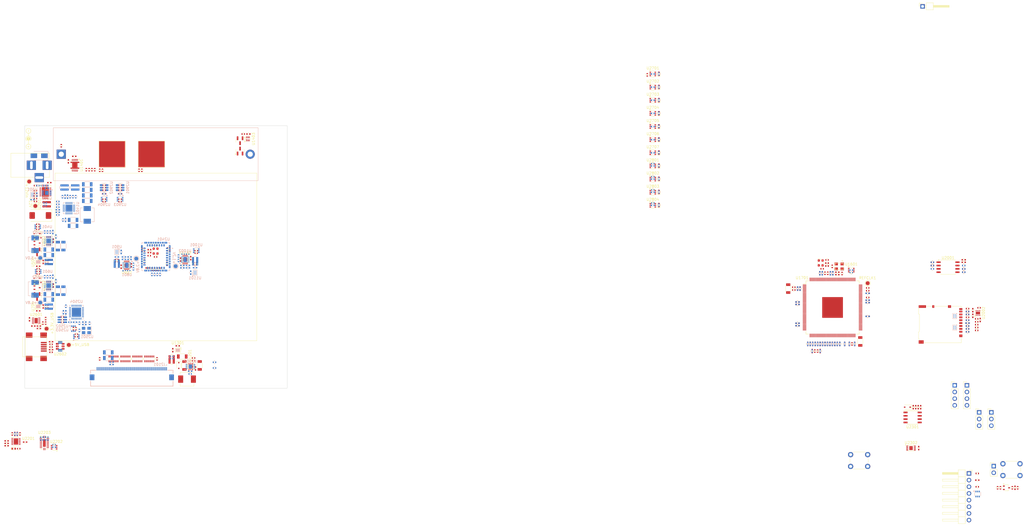
<source format=kicad_pcb>
(kicad_pcb (version 20240108) (generator "pcbnew") (generator_version "8.0")
  (layers (0 "F.Cu" signal) (31 "B.Cu" signal) (34 "B.Paste" user) (35 "F.Paste" user) (36 "B.SilkS" user "B.Silkscreen") (37 "F.SilkS" user "F.Silkscreen") (38 "B.Mask" user) (39 "F.Mask" user) (44 "Edge.Cuts" user))
  (net 0 "")
  (net 1 "Net-(U201-dVdT)")
  (net 2 "Net-(U201-RTN)")
  (net 3 "+12Vin")
  (net 4 "GND")
  (net 5 "+12V")
  (net 6 "POS12_SNS-")
  (net 7 "POS12_SNS+")
  (net 8 "+3.0V")
  (net 9 "VCOM")
  (net 10 "Net-(D401-K)")
  (net 11 "Net-(U402-SS{slash}TR)")
  (net 12 "Net-(C407-Pad1)")
  (net 13 "POS3P0_SNS-")
  (net 14 "POS3P0_SNS+")
  (net 15 "Net-(D601-K)")
  (net 16 "Net-(U602-SS{slash}TR)")
  (net 17 "Net-(C607-Pad1)")
  (net 18 "POS1P8_SNS+")
  (net 19 "POS1P8_SNS-")
  (net 20 "Net-(C802-Pad1)")
  (net 21 "Net-(U801-NR{slash}SS)")
  (net 22 "+2.8V")
  (net 23 "POS2P8_SNS+")
  (net 24 "POS2P8_SNS-")
  (net 25 "+1.8V")
  (net 26 "Net-(C1003-Pad1)")
  (net 27 "Net-(U1002-NR{slash}SS)")
  (net 28 "+1.2V")
  (net 29 "POS1P2_SNS-")
  (net 30 "POS1P2_SNS+")
  (net 31 "Net-(C1203-Pad2)")
  (net 32 "Net-(D1201-K)")
  (net 33 "VLED_SNS+")
  (net 34 "VLED_SNS-")
  (net 35 "VBAT")
  (net 36 "+5V_USB")
  (net 37 "Net-(C1405-Pad2)")
  (net 38 "Net-(U1402-BST)")
  (net 39 "Net-(U1402-CT)")
  (net 40 "Net-(U1401-V_{DD})")
  (net 41 "BATT_SNS-")
  (net 42 "Net-(U1402-VL)")
  (net 43 "Net-(U1403-BAT)")
  (net 44 "Net-(J1401--)")
  (net 45 "Net-(C1501-Pad1)")
  (net 46 "Net-(X1601-VDD)")
  (net 47 "Net-(X1602-Vdd)")
  (net 48 "VMEM_REF")
  (net 49 "+3.3V_USB_MZ")
  (net 50 "PIC_USBHS_D+")
  (net 51 "PIC_USBHS_D-")
  (net 52 "+3.0VA_MZ")
  (net 53 "GNDA_MZ")
  (net 54 "+3.0V_SD")
  (net 55 "Net-(U2002-CT)")
  (net 56 "+3.3V_USB")
  (net 57 "Net-(U2201-3V3OUT)")
  (net 58 "BRIDGE_USB_D+")
  (net 59 "BRIDGE_USB_D-")
  (net 60 "Net-(D2301-K)")
  (net 61 "Net-(X2401-VDD)")
  (net 62 "Net-(U2502-CT)")
  (net 63 "Net-(X2501-Vdd)")
  (net 64 "Net-(U2601-NR{slash}SS)")
  (net 65 "UFP_USB_D+")
  (net 66 "UFP_USB_D-")
  (net 67 "Net-(U2901-SNSK)")
  (net 68 "Net-(U2901-SNS)")
  (net 69 "Net-(U2902-SNSK)")
  (net 70 "Net-(U2902-SNS)")
  (net 71 "Net-(C2905-Pad1)")
  (net 72 "Net-(C2906-Pad1)")
  (net 73 "Net-(D1201-A)")
  (net 74 "PIC32MZ_ICSPCLK")
  (net 75 "Net-(D1501B-K2)")
  (net 76 "PIC32MZ_ICSPDAT")
  (net 78 "~{SDHC_SDCD}")
  (net 79 "Net-(D2002A-K1)")
  (net 80 "Net-(D2002B-K2)")
  (net 82 "Net-(D2002C-K3)")
  (net 83 "~{USB_ACTIVE}")
  (net 84 "Net-(D2201-A)")
  (net 85 "Net-(D2701-K)")
  (net 86 "Net-(D2701-A)")
  (net 87 "Net-(D2702-A)")
  (net 88 "Net-(D2702-K)")
  (net 89 "Net-(D2703-K)")
  (net 90 "Net-(D2703-A)")
  (net 91 "Net-(D2704-A)")
  (net 92 "Net-(D2704-K)")
  (net 93 "Net-(D2705-A)")
  (net 94 "Net-(D2705-K)")
  (net 95 "Net-(D2706-A)")
  (net 96 "Net-(D2706-K)")
  (net 97 "Net-(D2707-K)")
  (net 98 "Net-(D2707-A)")
  (net 99 "Net-(D2801-A)")
  (net 100 "Net-(D2801-K)")
  (net 101 "Net-(D2802-A)")
  (net 102 "Net-(D2802-K)")
  (net 103 "Net-(D2803-A)")
  (net 104 "Net-(D2803-K)")
  (net 105 "Net-(D2804-A)")
  (net 106 "Net-(D2804-K)")
  (net 108 "Net-(J1501-Pin_3)")
  (net 111 "Net-(J1502-Pin_2)")
  (net 116 "I2C_SCL")
  (net 117 "I2C_SDA")
  (net 118 "USB_UART_TX")
  (net 119 "USB_UART_RX")
  (net 120 "FLIR_VOSPI_CLK")
  (net 121 "FLIR_VOSPI_MOSI")
  (net 122 "FLIR_VOSPI_MISO")
  (net 123 "FLASH_SPI_SCK")
  (net 124 "FLASH_SPI_MISO")
  (net 125 "FLASH_SPI_MOSI")
  (net 126 "Net-(J2601-VBUS)")
  (net 127 "/Upstream USB Port/UFP_USB_CONN_USB-")
  (net 128 "CHASSIS")
  (net 129 "/Upstream USB Port/UFP_USB_CONN_USB+")
  (net 131 "Net-(L401-Pad1)")
  (net 132 "Net-(L601-Pad1)")
  (net 133 "Net-(L1401-Pad1)")
  (net 134 "~{PIC32MZ_MCLR}")
  (net 135 "Net-(Q401-D)")
  (net 136 "POS3P0_RUN")
  (net 137 "POS1P8_RUN")
  (net 138 "Net-(Q601-D)")
  (net 139 "Net-(Q1401-G)")
  (net 140 "Net-(Q1401-D)")
  (net 141 "Net-(Q1402-G)")
  (net 142 "Net-(Q1501-G)")
  (net 143 "Net-(Q1501-D)")
  (net 144 "Net-(U201-UVLO)")
  (net 145 "Net-(U201-OVP)")
  (net 146 "Net-(U201-~{SHDN})")
  (net 147 "Net-(R205-Pad2)")
  (net 148 "Net-(U201-ILIM)")
  (net 149 "POS12_PGOOD")
  (net 150 "Net-(U201-IMON)")
  (net 151 "POS3P0_PGOOD")
  (net 152 "Net-(U402-PG)")
  (net 153 "Net-(U402-FB)")
  (net 154 "POS1P8_PGOOD")
  (net 155 "Net-(U602-PG)")
  (net 156 "Net-(U602-FB)")
  (net 157 "POS2P8_PGOOD")
  (net 158 "POS2P8_RUN")
  (net 159 "Net-(U801-FB)")
  (net 160 "POS1P2_PGOOD_VREG")
  (net 161 "POS1P2_RUN")
  (net 162 "POS1P2_PGOOD")
  (net 163 "Net-(U1002-FB)")
  (net 164 "BACKLIGHT_PWM")
  (net 165 "BACKLIGHT_CATHODE")
  (net 166 "BACKLIGHT_ANODE")
  (net 167 "~{BATT_CEN}")
  (net 168 "Net-(U1401-BIN)")
  (net 169 "BATT_IUSB")
  (net 170 "~{BATT_FLT}")
  (net 171 "~{BATT_UOK}")
  (net 172 "Net-(U1402-IDC)")
  (net 173 "BATT_LOWBAT")
  (net 174 "~{BATT_DOK}")
  (net 175 "~{BATT_CHG}")
  (net 176 "Net-(U1402-THM)")
  (net 177 "Net-(U1402-ISET)")
  (net 178 "Net-(U1403-V-)")
  (net 179 "PIC32MZ_REFCLK1")
  (net 180 "PIC32MZ_CLK_EN")
  (net 181 "Net-(X1601-OUT)")
  (net 182 "Net-(X1602-OUT)")
  (net 183 "PIC32MZ_POSC_EC")
  (net 184 "PIC32MZ_SOSC_EC")
  (net 185 "PIC_USB_D+")
  (net 186 "PIC_USB_D-")
  (net 187 "SDHC_SDDATA2")
  (net 188 "SDHC_SDDATA3")
  (net 189 "SDHC_SDCMD")
  (net 190 "SDHC_SDCK")
  (net 191 "SDHC_SDDATA0")
  (net 192 "SDHC_SDDATA1")
  (net 193 "~{SD_SPI_CS}")
  (net 194 "SD_SPI_SCK")
  (net 195 "SD_SPI_MOSI")
  (net 196 "SD_SPI_MISO")
  (net 197 "~{SDHC_SDWP}")
  (net 198 "Net-(U2001-~{HOLD})")
  (net 199 "~{FLASH_SPI_WP}")
  (net 200 "~{FLASH_SPI_CS}")
  (net 201 "Net-(U2001-~{CE})")
  (net 202 "Net-(U2001-SCK)")
  (net 203 "Net-(U2001-SI)")
  (net 204 "Net-(U2001-SO)")
  (net 205 "SD_PWR_EN")
  (net 206 "Net-(U2002-QOD)")
  (net 207 "LCD_CTP_INT")
  (net 208 "LCD _CTP_RESET")
  (net 209 "Net-(U2203-~{OE})")
  (net 210 "/USB UART/BRIDGE_USB+")
  (net 211 "/USB UART/BRIDGE_USB-")
  (net 212 "FLIR_CLK_EN")
  (net 213 "~{FLIR_VOSPI_CS}")
  (net 214 "FLIR_VOSPI_VSYNC")
  (net 215 "~{FLIR_PWR_DWN}")
  (net 216 "~{FLIR_RESET}")
  (net 217 "Net-(X2401-OUT)")
  (net 218 "Net-(U2401-SPI_MOSI)")
  (net 219 "Net-(U2401-SPI_MISO)")
  (net 220 "Net-(U2401-SPI_CLK)")
  (net 221 "Net-(U2401-~{SPI_CS})")
  (net 222 "Net-(U2401-GPIO3)")
  (net 223 "FLIR_CLK")
  (net 224 "Net-(X2501-OUT)")
  (net 225 "HUB_48MHCLK")
  (net 226 "HUB_CLK_EN")
  (net 227 "~{HUB_RESET}")
  (net 228 "HUB_SUSPND")
  (net 229 "Net-(U2504-SUSPND)")
  (net 230 "Net-(U2504-~{OVRCUR1})")
  (net 231 "POS3P3_USB_PGOOD")
  (net 232 "Net-(U2601-FB)")
  (net 233 "PGOOD_LED_SHDN")
  (net 234 "Heartbeat_LED")
  (net 235 "Error_LED")
  (net 236 "Reset_LED")
  (net 237 "CPU_Trap_LED")
  (net 238 "Net-(SW2901-TP)")
  (net 239 "Net-(SW2902-TP)")
  (net 240 "Net-(U2901-OUT)")
  (net 241 "Net-(U2902-OUT)")
  (net 242 "Cap_Touch_Power")
  (net 243 "Cap_Touch_Shutter")
  (net 244 "GLCD_R1")
  (net 245 "GLCD_R5")
  (net 246 "GLCD_R3")
  (net 247 "GLCD_R7")
  (net 248 "GLCD_R6")
  (net 249 "GLCD_R2")
  (net 250 "GLCD_R4")
  (net 251 "GLCD_R0")
  (net 252 "GLCD_G1")
  (net 253 "GLCD_G6")
  (net 254 "GLCD_G4")
  (net 255 "GLCD_G2")
  (net 256 "GLCD_G5")
  (net 257 "GLCD_G0")
  (net 258 "GLCD_G7")
  (net 259 "GLCD_G3")
  (net 260 "GLCD_B0")
  (net 261 "GLCD_B4")
  (net 262 "GLCD_B7")
  (net 263 "GLCD_B1")
  (net 264 "GLCD_B6")
  (net 265 "GLCD_B5")
  (net 266 "GLCD_B2")
  (net 267 "GLCD_B3")
  (net 269 "GLCD_HSYNC")
  (net 270 "GLCD_VSYNC")
  (net 272 "GLCD_GEN")
  (net 273 "LCD_ENABLE")
  (net 274 "GLCD_GCLK")
  (net 276 "Net-(U2502-~{MR})")
  (net 322 "~{USB_UART_RTS}")
  (net 336 "~{USB_UART_CTS}")
  (net 354 "USB_UART_TX_BUF")
  (net 355 "~{USB_UART_CTS_BUF}")
  (net 356 "~{USB_UART_RTS_BUF}")
  (net 357 "USB_UART_RX_BUF")
  (net 389 "Net-(D2001C-K3)")
  (net 390 "Net-(D2001B-K2)")
  (net 391 "Net-(D2001A-K1)")
  (footprint "Capacitors_SMD:C_0402" (layer "F.Cu") (at 159.6867 44.5315 180)
    (property "Reference" "C1414" (hide yes))
    (property "Value" "0.1uF")
  )
  (footprint "LEDs:LED_0402" (layer "F.Cu") (at 316.0522 26.6082 90)
    (property "Reference" "D2702" (hide yes))
    (property "Value" "Green")
  )
  (footprint "Resistors_SMD:R_0402" (layer "F.Cu") (at 379.349 97.5868 -90)
    (property "Reference" "R1605" (hide yes))
    (property "Value" "10")
  )
  (footprint "Capacitors_SMD:C_0402" (layer "F.Cu") (at 83.82 63.0428)
    (property "Reference" "C202" (hide yes))
    (property "Value" "0.1uF")
  )
  (footprint "Capacitors_SMD:C_0402" (layer "F.Cu") (at 139.5158 133.858 90)
    (property "Reference" "C1202" (hide yes))
    (property "Value" "1uF")
  )
  (footprint "Custom Footprints Library:Test_Point" (layer "F.Cu") (at 82.7691 118.7145 180)
    (property "Reference" "TP2601" (hide yes))
    (property "Value" "TP")
  )
  (footprint "Resistors_SMD:R_0402" (layer "F.Cu") (at 157.7055 44.5315 180)
    (property "Reference" "R1414" (hide yes))
    (property "Value" "2.2k")
  )
  (footprint "Resistors_SMD:R_0402" (layer "F.Cu") (at 100.0506 58.1152 90)
    (property "Reference" "TH1401" (hide yes))
    (property "Value" "10k")
  )
  (footprint "LEDs:LED_0402" (layer "F.Cu") (at 316.0522 66.6082 90)
    (property "Reference" "D2803" (hide yes))
    (property "Value" "Red")
  )
  (footprint "Resistors_SMD:R_0402" (layer "F.Cu") (at 72.6326 158.8122 -90)
    (property "Reference" "R2203" (hide yes))
    (property "Value" "27")
  )
  (footprint "Resistors_SMD:R_0402" (layer "F.Cu") (at 124.9612 96.0754 -90)
    (property "Reference" "R2411" (hide yes))
    (property "Value" "10")
  )
  (footprint "Capacitors_SMD:C_0402" (layer "F.Cu") (at 437.388 176.403)
    (property "Reference" "C1502" (hide yes))
    (property "Value" "0.1uF")
  )
  (footprint "Capacitors_SMD:C_0402" (layer "F.Cu") (at 130.8608 126.8984 90)
    (property "Reference" "C1301" (hide yes))
    (property "Value" "0.1uF")
  )
  (footprint "Resistors_SMD:R_0402" (layer "F.Cu") (at 81.3467 116.5809 90)
    (property "Reference" "R2604" (hide yes))
    (property "Value" "3.57k")
  )
  (footprint "Package_TO_SOT_SMD:SOT-363_SC-70-6" (layer "F.Cu") (at 313.7662 61.6965)
    (property "Reference" "U2802")
    (property "Value" "74LVC1G97")
  )
  (footprint "Capacitors_SMD:C_0402" (layer "F.Cu") (at 378.4346 124.5108 -90)
    (property "Reference" "C1710" (hide yes))
    (property "Value" "10nF")
  )
  (footprint "Symbol:Symbol_Barrel_Polarity" (layer "F.Cu") (at 75.9448 46.3296 -90)
    (property "Reference" "REF**" (hide yes))
    (property "Value" "Symbol_Barrel_Polarity")
  )
  (footprint "Capacitors_SMD:C_0402" (layer "F.Cu") (at 78.2574 101.0232 180)
    (property "Reference" "C603" (hide yes))
    (property "Value" "10uF")
  )
  (footprint "TO_SOT_Packages_SMD:SOT-23-6" (layer "F.Cu") (at 87.9602 125.4252 180)
    (property "Reference" "U2602")
    (property "Value" "TPD3S044DBVR")
  )
  (footprint "Resistors_SMD:R_0402" (layer "F.Cu") (at 139.8016 89.9668)
    (property "Reference" "R1003" (hide yes))
    (property "Value" "10k")
  )
  (footprint "Connector_PinHeader_2.54mm:PinHeader_1x04_P2.54mm_Vertical" (layer "F.Cu") (at 433.4528 140.2842)
    (property "Reference" "J2304" (hide yes))
    (property "Value" "FLASH SPI")
  )
  (footprint "Connector_PinHeader_2.54mm:PinHeader_1x03_P2.54mm_Vertical" (layer "F.Cu") (at 442.7528 150.5842)
    (property "Reference" "J2302" (hide yes))
    (property "Value" "UART")
  )
  (footprint "LEDs:LED_0402" (layer "F.Cu") (at 70.2704 164.4256)
    (property "Reference" "D2201" (hide yes))
    (property "Value" "Yellow")
  )
  (footprint "Resistors_SMD:R_0612" (layer "F.Cu") (at 130.429 130.429 180)
    (property "Reference" "R1205" (hide yes))
    (property "Value" "0.02")
  )
  (footprint "Package_TO_SOT_SMD:SOT-363_SC-70-6" (layer "F.Cu") (at 313.7662 21.659)
    (property "Reference" "U2701")
    (property "Value" "74LVC1G97")
  )
  (footprint "Oscillator:Oscillator_SMD_ECS_2520MV-xxx-xx-4Pin_2.5x2.0mm" (layer "F.Cu") (at 124.3008 89.1412 180)
    (property "Reference" "X2401" (hide yes))
    (property "Value" "ECS-2520MV-250-CN")
  )
  (footprint "Capacitors_SMD:C_0402" (layer "F.Cu") (at 380.3142 124.5108 -90)
    (property "Reference" "C1736" (hide yes))
    (property "Value" "10nF")
  )
  (footprint "Capacitors_SMD:C_0402" (layer "F.Cu") (at 395.6304 105.2322)
    (property "Reference" "C1756" (hide yes))
    (property "Value" "10nF")
  )
  (footprint "Capacitors_SMD:C_0402" (layer "F.Cu") (at 368.9096 109.474 180)
    (property "Reference" "C1707" (hide yes))
    (property "Value" "10nF")
  )
  (footprint "Resistors_SMD:R_0402" (layer "F.Cu") (at 420.2938 93.3958 180)
    (property "Reference" "R2025" (hide yes))
    (property "Value" "10")
  )
  (footprint "Package_SON:WSON-6_1.5x1.5mm_P0.5mm" (layer "F.Cu") (at 159.464 46.364 90)
    (property "Reference" "U1403")
    (property "Value" "BQ29700")
  )
  (footprint "Resistors_SMD:R_0402" (layer "F.Cu") (at 122.9038 96.0754 -90)
    (property "Reference" "R2413" (hide yes))
    (property "Value" "10")
  )
  (footprint "Resistors_SMD:R_0402" (layer "F.Cu") (at 119.6272 89.1666 180)
    (property "Reference" "R2406" (hide yes))
    (property "Value" "10k")
  )
  (footprint "Package_SO:SOIC-8_5.275x5.275mm_P1.27mm" (layer "F.Cu") (at 426.2374 95.2754)
    (property "Reference" "U2001")
    (property "Value" "SST25VF080B-50-4x-S2Ax")
  )
  (footprint "Resistors_SMD:R_0402" (layer "F.Cu") (at 82.8548 109.7354)
    (property "Reference" "R605" (hide yes))
    (property "Value" "10")
  )
  (footprint "Capacitors_SMD:C_0402" (layer "F.Cu") (at 382.1938 124.5108 -90)
    (property "Reference" "C1712" (hide yes))
    (property "Value" "10nF")
  )
  (footprint "Custom Footprints Library:Test_Point" (layer "F.Cu") (at 78.486 71.9582 -90)
    (property "Reference" "TP203" (hide yes))
    (property "Value" "TP")
  )
  (footprint "Capacitors_SMD:C_0402" (layer "F.Cu") (at 104.6988 64.9478 180)
    (property "Reference" "C2904" (hide yes))
    (property "Value" "0.1uF")
  )
  (footprint "LEDs:LED_0402" (layer "F.Cu") (at 316.0522 31.6082 90)
    (property "Reference" "D2703" (hide yes))
    (property "Value" "Red")
  )
  (footprint "Resistors_SMD:R_0402" (layer "F.Cu") (at 437.1594 117.1702)
    (property "Reference" "R2008" (hide yes))
    (property "Value" "10")
  )
  (footprint "Capacitor_Tantalum_SMD:CP_EIA-7343-43_Kemet-X" (layer "F.Cu") (at 80.3939 75.5679 180)
    (property "Reference" "C203" (hide yes))
    (property "Value" "100uF")
  )
  (footprint "Capacitors_SMD:C_0402" (layer "F.Cu") (at 70.6768 158.8122 -90)
    (property "Reference" "C2209" (hide yes))
    (property "Value" "47pF")
  )
  (footprint "Package_DFN_QFN:DFN-8-1EP_3x2mm_P0.5mm_EP1.3x1.5mm" (layer "F.Cu") (at 113.284 94.5388 -90)
    (property "Reference" "U902")
    (property "Value" "MCP9804")
  )
  (footprint "Package_TO_SOT_SMD:SOT-363_SC-70-6" (layer "F.Cu") (at 313.7662 46.6965)
    (property "Reference" "U2706")
    (property "Value" "74LVC1G97")
  )
  (footprint "Capacitors_SMD:C_0402" (layer "F.Cu") (at 74.5884 161.911)
    (property "Reference" "C2201" (hide yes))
    (property "Value" "0.1uF")
  )
  (footprint "Capacitors_SMD:C_0402" (layer "F.Cu") (at 433.6796 116.5606)
    (property "Reference" "C2001" (hide yes))
    (property "Value" "0.1uF")
  )
  (footprint "Resistors_SMD:R_0402" (layer "F.Cu") (at 78.5368 67.1576 180)
    (property "Reference" "R206" (hide yes))
    (property "Value" "10k")
  )
  (footprint "Package_TO_SOT_SMD:SOT-23" (layer "F.Cu") (at 156.4922 47.0752 -90)
    (property "Reference" "Q1402" (hide yes))
    (property "Value" "DMN3042L")
  )
  (footprint "Capacitors_SMD:C_0402" (layer "F.Cu") (at 76.2619 115.1331 90)
    (property "Reference" "C2602" (hide yes))
    (property "Value" "0.1uF")
  )
  (footprint "LEDs:LED_0402" (layer "F.Cu") (at 316.0522 36.6082 90)
    (property "Reference" "D2704" (hide yes))
    (property "Value" "Green")
  )
  (footprint "Capacitors_SMD:C_0402" (layer "F.Cu") (at 67.5526 162.3936 180)
    (property "Reference" "C2203" (hide yes))
    (property "Value" "0.1uF")
  )
  (footprint "Resistors_SMD:R_0402" (layer "F.Cu") (at 103.0224 58.3438 -90)
    (property "Reference" "R2904" (hide yes))
    (property "Value" "1k")
  )
  (footprint "Connectors:BARREL_JACK" (layer "F.Cu") (at 82.9874 56.4294)
    (property "Reference" "J201" (hide yes))
    (property "Value" "+12V IN")
  )
  (footprint "Capacitors_SMD:C_0402" (layer "F.Cu") (at 121.5068 89.1412 90)
    (property "Reference" "C2402" (hide yes))
    (property "Value" "10uF")
  )
  (footprint "Capacitors_SMD:C_0402" (layer "F.Cu") (at 79.5782 111.9124)
    (property "Reference" "C702" (hide yes))
    (property "Value" "0.1uF")
  )
  (footprint "Capacitors_SMD:C_0402" (layer "F.Cu") (at 438.5056 115.3922 -90)
    (property "Reference" "C2006" (hide yes))
    (property "Value" "0.1uF")
  )
  (footprint "Resistors_SMD:R_0402" (layer "F.Cu") (at 80.1624 84.0232)
    (property "Reference" "R404" (hide yes))
    (property "Value" "10k")
  )
  (footprint "Capacitors_SMD:C_0402" (layer "F.Cu") (at 104.6988 67.31 180)
    (property "Reference" "C2906" (hide yes))
    (property "Value" "10uF")
  )
  (footprint "Inductors_SMD:L_0402" (layer "F.Cu") (at 367.4872 102.8954 180)
    (property "Reference" "L1701" (hide yes))
    (property "Value" "600R 0.5A")
  )
  (footprint "LEDs:LED_0402" (layer "F.Cu") (at 316.0522 41.6082 90)
    (property "Reference" "D2705" (hide yes))
    (property "Value" "Green")
  )
  (footprint "Resistors_SMD:R_0402" (layer "F.Cu") (at 79.4004 78.8924 180)
    (property "Reference" "R402" (hide yes))
    (property "Value" "10k")
  )
  (footprint "Resistors_SMD:R_0402" (layer "F.Cu") (at 420.2938 94.6404 180)
    (property "Reference" "R2028" (hide yes))
    (property "Value" "10")
  )
  (footprint "Capacitors_SMD:C_0402" (layer "F.Cu") (at 85.3457 85.1299 90)
    (property "Reference" "C503" (hide yes))
    (property "Value" "0.1uF")
  )
  (footprint "Housings_DFN_QFN:QFN-24-1EP_4x5mm_Pitch0.5mm" (layer "F.Cu") (at 82.3214 66.5988 180)
    (property "Reference" "U201")
    (property "Value" "TPS26600RHFT")
  )
  (footprint "Package_TO_SOT_SMD:SOT-363_SC-70-6" (layer "F.Cu") (at 389.382 96.3797)
    (property "Reference" "U1601")
    (property "Value" "74LVC1G97")
  )
  (footprint "Capacitors_SMD:C_0402" (layer "F.Cu") (at 139.8016 89.0016)
    (property "Reference" "C1001" (hide yes))
    (property "Value" "0.1uF")
  )
  (footprint "Inductors_SMD:L_0402" (layer "F.Cu") (at 437.388 173.863 180)
    (property "Reference" "L1501" (hide yes))
    (property "Value" "600R 0.5A")
  )
  (footprint "Resistors_SMD:R_Array_Convex_8x0602" (layer "F.Cu") (at 112.7828 130.1992 -90)
    (property "Reference" "RN2103" (hide yes))
    (property "Value" "10k")
  )
  (footprint "Resistors_SMD:R_0402" (layer "F.Cu") (at 79.5782 97.8736 180)
    (property "Reference" "R601" (hide yes))
    (property "Value" "10")
  )
  (footprint "Capacitors_SMD:C_0402" (layer "F.Cu") (at 77.7145 117.6985)
    (property "Reference" "C2601" (hide yes))
    (property "Value" "10uF")
  )
  (footprint "Capacitors_SMD:C_0402" (layer "F.Cu") (at 88.773 116.2304)
    (property "Reference" "C2501" (hide yes))
    (property "Value" "0.1uF")
  )
  (footprint "MountingHole:MountingHole_3mm" (layer "F.Cu") (at 168.0974 135.0138)
    (property "Reference" "H3002" (hide yes))
    (property "Value" "MountingHole")
  )
  (footprint "Resistors_SMD:R_0402" (layer "F.Cu") (at 110.7782 65.9384)
    (property "Reference" "R2905" (hide yes))
    (property "Value" "10k")
  )
  (footprint "Resistors_SMD:R_0402" (layer "F.Cu") (at 122.599 86.9822 180)
    (property "Reference" "R2415" (hide yes))
    (property "Value" "10")
  )
  (footprint "Resistors_SMD:R_0402" (layer "F.Cu") (at 395.6304 104.2416 180)
    (property "Reference" "R1802" (hide yes))
    (property "Value" "10k")
  )
  (footprint "Resistors_SMD:R_0402" (layer "F.Cu") (at 78.5368 70.2056)
    (property "Reference" "R208" (hide yes))
    (property "Value" "5.11k")
  )
  (footprint "Package_TO_SOT_SMD:SOT-323_SC-70" (layer "F.Cu") (at 79.1464 103.0806)
    (property "Reference" "Q601" (hide yes))
    (property "Value" "BSS214NW")
  )
  (footprint "Resistors_SMD:R_0402" (layer "F.Cu") (at 446.2018 179.3249 -90)
    (property "Reference" "R1502" (hide yes))
    (property "Value" "10k")
  )
  (footprint "Resistors_SMD:R_0402" (layer "F.Cu") (at 395.6304 106.8324)
    (property "Reference" "R1601" (hide yes))
    (property "Value" "10k")
  )
  (footprint "Button_Switch_THT:SW_PUSH_6mm" (layer "F.Cu") (at 447.1682 170.1652)
    (property "Reference" "SW1501" (hide yes))
    (property "Value" "MRST")
  )
  (footprint "Diode_SMD:D_SOD-323" (layer "F.Cu") (at 79.0789 99.4738 180)
    (property "Reference" "D601" (hide yes))
    (property "Value" "BAT48JFILM")
  )
  (footprint "Package_TO_SOT_SMD:SOT-363_SC-70-6" (layer "F.Cu") (at 313.7662 56.6965)
    (property "Reference" "U2801")
    (property "Value" "74LVC1G97")
  )
  (footprint "Resistors_SMD:R_0402" (layer "F.Cu") (at 437.1594 116.078)
    (property "Reference" "R2010" (hide yes))
    (property "Value" "10")
  )
  (footprint "Capacitors_SMD:C_1206" (layer "F.Cu") (at 134.4612 129.3114)
    (property "Reference" "C1203" (hide yes))
    (property "Value" "10uF")
  )
  (footprint "Connectors_Card:Hirose_DM3AT-SF-PEJM5" (layer "F.Cu") (at 430.5163 119.8694 -90)
    (property "Reference" "J2001" (hide yes))
    (property "Value" "Micro_SD_Card_Det_Hirose_DM3AT")
  )
  (footprint "Capacitors_SMD:C_0402" (layer "F.Cu") (at 110.7782 64.008 180)
    (property "Reference" "C2901" (hide yes))
    (property "Value" "10nF")
  )
  (footprint "MountingHole:MountingHole_3mm" (layer "F.Cu") (at 80.7974 47.7138)
    (property "Reference" "H3003" (hide yes))
    (property "Value" "MountingHole")
  )
  (footprint "Capacitors_SMD:C_0402" (layer "F.Cu") (at 413.9438 148.6154 90)
    (property "Reference" "C2302" (hide yes))
    (property "Value" "10uF")
  )
  (footprint "Capacitors_SMD:C_0402" (layer "F.Cu") (at 378.3584 97.5868 90)
    (property "Reference" "C1734" (hide yes))
    (property "Value" "10nF")
  )
  (footprint "Diode_SMD:D_SOD-323" (layer "F.Cu") (at 410.7746 148.6154 180)
    (property "Reference" "D2301" (hide yes))
    (property "Value" "BAT48JFILM")
  )
  (footprint "Package_TO_SOT_SMD:SOT-363_SC-70-6" (layer "F.Cu") (at 313.7662 26.659)
    (property "Reference" "U2702")
    (property "Value" "74LVC1G97")
  )
  (footprint "Capacitors_SMD:C_0402" (layer "F.Cu") (at 104.6988 64.0334 180)
    (property "Reference" "C2902" (hide yes))
    (property "Value" "10nF")
  )
  (footprint "Package_SON:Texas_S-PDSO-N12" (layer "F.Cu") (at 93.5482 56.4388 -90)
    (property "Reference" "U1401")
    (property "Value" "BQ27441DRZT-G1A")
  )
  (footprint "Capacitors_SMD:C_0402" (layer "F.Cu") (at 413.004 148.6154 90)
    (property "Reference" "C2301" (hide yes))
    (property "Value" "10uF")
  )
  (footprint "Custom Footprints Library:Capacitive_Touch_Pad" (layer "F.Cu") (at 107.7474 52.2224)
    (property "Reference" "SW2902" (hide yes))
    (property "Value" "Cap_Touch")
  )
  (footprint "Resistors_SMD:R_0402" (layer "F.Cu") (at 382.1176 94.967178 90)
    (property "Reference" "R1604" (hide yes))
    (property "Value" "10k")
  )
  (footprint "Capacitors_SMD:C_0402" (layer "F.Cu") (at 384.0734 97.176978 180)
    (property "Reference" "C1603" (hide yes))
    (property "Value" "0.1uF")
  )
  (footprint "Package_TO_SOT_SMD:SOT-323_SC-70" (layer "F.Cu") (at 448.5132 179.3249)
    (property "Reference" "Q1501" (hide yes))
    (property "Value" "BSS214NW")
  )
  (footprint "Capacitors_SMD:C_1206" (layer "F.Cu") (at 392.811 123.571 -90)
    (property "Reference" "C1765" (hide yes))
    (property "Value" "10uF")
  )
  (footprint "Capacitors_SMD:C_0402" (layer "F.Cu") (at 71.6166 158.8122 -90)
    (property "Reference" "C2208" (hide yes))
    (property "Value" "47pF")
  )
  (footprint "Capacitors_SMD:C_0402" (layer "F.Cu") (at 111.1933 95.0947 -90)
    (property "Reference" "C803" (hide yes))
    (property "Value" "0.1uF")
  )
  (footprint "Resistors_SMD:R_0402" (layer "F.Cu") (at 437.1594 118.2624)
    (property "Reference" "R2009" (hide yes))
    (property "Value" "10")
  )
  (footprint "Capacitors_SMD:C_0402" (layer "F.Cu") (at 122.4212 89.1412 90)
    (property "Reference" "C2401" (hide yes))
    (property "Value" "0.1uF")
  )
  (footprint "Resistors_SMD:R_0402" (layer "F.Cu") (at 108.9931 92.7753 -90)
    (property "Reference" "R803" (hide yes))
    (property "Value" "10")
  )
  (footprint "Capacitors_SMD:C_0402" (layer "F.Cu") (at 376.555 124.5108 -90)
    (property "Reference" "C1747" (hide yes))
    (property "Value" "10nF")
  )
  (footprint "Capacitors_SMD:C_0402" (layer "F.Cu") (at 435.6862 111.6584 -90)
    (property "Reference" "C2004" (hide yes))
    (property "Value" "10uF")
  )
  (footprint "Custom Footprints Library:Capacitive_Touch_Pad" (layer "F.Cu") (at 122.7474 52.2224)
    (property "Reference" "SW2901" (hide yes))
    (property "Value" "Cap_Touch")
  )
  (footprint "Capacitors_SMD:C_0402" (layer "F.Cu") (at 137.6967 91.8253 90)
    (property "Reference" "C1004" (hide yes))
    (property "Value" "0.1uF")
  )
  (footprint "Resistors_SMD:R_0402" (layer "F.Cu") (at 79.5782 95.8924 180)
    (property "Reference" "R602" (hide yes))
    (property "Value" "10k")
  )
  (footprint "Capacitors_SMD:C_0402" (layer "F.Cu") (at 81.4832 110.2614 -90)
    (property "Reference" "C701" (hide yes))
    (property "Value" "0.1uF")
  )
  (footprint "Capacitors_SMD:C_0402" (layer "F.Cu") (at 388.6708 124.5108 -90)
    (property "Reference" "C1724" (hide yes))
    (property "Value" "10nF")
  )
  (footprint "Capacitors_SMD:C_0402" (layer "F.Cu") (at 67.5526 161.4538 180)
    (property "Reference" "C2207" (hide yes))
    (property "Value" "0.1uF")
  )
  (footprint "Resistors_SMD:R_0402" (layer "F.Cu") (at 376.555 127.2286 90)
    (property "Reference" "R1701" (hide yes))
    (property "Value" "27")
  )
  (footprint "Resistors_SMD:R_0402" (layer "F.Cu") (at 138.7792 130.937)
    (property "Reference" "R1202" (hide yes))
    (property "Value" "10")
  )
  (footprint "MountingHole:MountingHole_3mm" (layer "F.Cu") (at 80.7974 135.0138)
    (property "Reference" "H3001" (hide yes))
    (property "Value" "MountingHole")
  )
  (footprint "Resistors_SMD:R_0402" (layer "F.Cu") (at 445.135 179.3249 90)
    (property "Reference" "R1501" (hide yes))
    (property "Value" "10")
  )
  (footprint "Capacitors_SMD:C_0402" (layer "F.Cu") (at 115.062 94.5388 90)
    (property "Reference" "C903" (hide yes))
    (property "Value" "0.1uF")
  )
  (footprint "Capacitors_SMD:C_0402" (layer "F.Cu") (at 110.7782 69.3541)
    (property "Reference" "C2907" (hide yes))
    (property "Value" "0.1uF")
  )
  (footprint "Connector_PinHeader_2.54mm:PinHeader_1x03_P2.54mm_Vertical" (layer "F.Cu") (at 438.1028 150.5842)
    (property "Reference" "J2301" (hide yes))
    (property "Value" "I2C")
  )
  (footprint "Resistors_SMD:R_0402" (layer "F.Cu") (at 138.7792 129.8702)
    (property "Reference" "R1203" (hide yes))
    (property "Value" "10")
  )
  (footprint "Resistors_SMD:R_0402" (layer "F.Cu") (at 97.917 58.1152 -90)
    (property "Reference" "R1407" (hide yes))
    (property "Value" "10k")
  )
  (footprint "Resistors_SMD:R_0402" (layer "F.Cu") (at 84.4804 125.7046)
    (property "Reference" "R2602" (hide yes))
    (property "Value" "27")
  )
  (footprint "Resistors_SMD:R_0402" (layer "F.Cu") (at 98.9838 58.1152 -90)
    (property "Reference" "R1402" (hide yes))
    (property "Value" "1.8M")
  )
  (footprint "Connectors:USB_Mini-B" (layer "F.Cu") (at 78.9328 125.603)
    (property "Reference" "J2601" (hide yes))
    (property "Value" "USB_B_Mini")
  )
  (footprint "Housings_SOIC:SOIC-8_3.9x4.9mm_Pitch1.27mm" (layer "F.Cu") (at 412.75 152.527)
    (property "Reference" "U2301")
    (property "Value" "DS1683")
  )
  (footprint "Resistors_SMD:R_0402" (layer "F.Cu") (at 375.4882 127.2286 90)
    (property "Reference" "R1702" (hide yes))
    (property "Value" "27")
  )
  (footprint "Capacitors_SMD:C_0402" (layer "F.Cu") (at 395.6304 114.0206)
    (property "Reference" "C1745" (hide yes))
    (property "Value" "10nF")
  )
  (footprint "Custom Footprints Library:Texas_DSBGA-12_1.65x1.39mm_Layout3x4_P0.4mm" (layer "F.Cu") (at 132.7658 126.8984 -90)
    (property "Reference" "U1301")
    (property "Value" "INA231A")
  )
  (footprint "Resistors_SMD:R_0612" (layer "F.Cu") (at 82.804 71.2978 -90)
    (property "Reference" "R207" (hide yes))
    (property "Value" "0.02")
  )
  (footprint "Resistors_SMD:R_0402" (layer "F.Cu") (at 84.4804 124.6632)
    (property "Reference" "R2603" (hide yes))
    (property "Value" "27")
  )
  (footprint "Resistors_SMD:R_0402" (layer "F.Cu") (at 118.0084 58.3438 -90)
    (property "Reference" "R2902" (hide yes))
    (property "Value" "1k")
  )
  (footprint "Custom Footprints Library:Test_Point" (layer "F.Cu") (at 91.2368 124.8918 90)
    (property "Reference" "TP2602" (hide yes))
    (property "Value" "TP")
  )
  (footprint "Package_DFN_QFN:DFN-6-1EP_2x2mm_P0.65mm_EP1x1.6mm" (layer "F.Cu") (at 137.7124 133.1722 -90)
    (property "Reference" "U1201")
    (property "Value" "DIO5661CD6")
  )
  (footprint "Resistors_SMD:R_0402" (layer "F.Cu") (at 437.1594 114.9604)
    (property "Reference" "R2030" (hide yes))
    (property "Value" "10")
  )
  (footprint "Capacitors_SMD:C_0402" (layer "F.Cu") (at 368.9096 103.4288 -90)
    (property "Reference" "C1763" (hide yes))
    (property "Value" "0.1uF")
  )
  (footprint "Resistors_SMD:R_0402" (layer "F.Cu") (at 432.2318 97.1804)
    (property "Reference" "R2027" (hide yes))
    (property "Value" "10")
  )
  (footprint "Capacitors_SMD:C_0402" (layer "F.Cu") (at 79.4004 79.883 180)
    (property "Reference" "C401" (hide yes))
    (property "Value" "0.1uF")
  )
  (footprint "Resistors_SMD:R_0402" (layer "F.Cu") (at 124.8478 130.1992 90)
    (property "Reference" "R2103" (hide yes))
    (property "Value" "10k")
  )
  (footprint "Capacitors_SMD:C_0402" (layer "F.Cu") (at 395.6304 108.7628)
    (property "Reference" "C1737" (hide yes))
    (property "Value" "10nF")
  )
  (footprint "Capacitors_SMD:C_0402" (layer "F.Cu") (at 79.8481 117.6985 180)
    (property "Reference" "C2603" (hide yes))
    (property "Value" "10uF")
  )
  (footprint "Package_TO_SOT_SMD:SOT-363_SC-70-6" (layer "F.Cu") (at 313.7662 36.659)
    (property "Reference" "U2704")
    (property "Value" "74LVC1G97")
  )
  (footprint "Resistors_SMD:R_0402" (layer "F.Cu") (at 104.0633 58.3438 -90)
    (property "Reference" "R2903" (hide yes))
    (property "Value" "1k")
  )
  (footprint "Resistors_SMD:R_0402" (layer "F.Cu") (at 433.6796 114.3762 180)
    (property "Reference" "R2011" (hide yes))
    (property "Value" "10k")
  )
  (footprint "Capacitors_SMD:C_0402" (layer "F.Cu") (at 390.652 124.5108 -90)
    (property "Reference" "C1733" (hide yes))
    (property "Value" "10nF")
  )
  (footprint "Resistors_SMD:R_0402" (layer "F.Cu") (at 69.6862 158.8122 -90)
    (property "Reference" "R2204" (hide yes))
    (property "Value" "27")
  )
  (footprint "Connector_PinHeader_2.54mm:PinHeader_1x02_P2.54mm_Vertical" (layer "F.Cu") (at 443.6618 171.069)
    (property "Reference" "J1502" (hide yes))
    (property "Value" "MRST")
  )
  (footprint "Capacitors_SMD:C_0402" (layer "F.Cu") (at 79.5782 94.9198)
    (property "Reference" "C502" (hide yes))
    (property "Value" "0.1uF")
  )
  (footprint "LEDs:LED_0402" (layer "F.Cu") (at 316.0522 46.6082 90)
    (property "Reference" "D2706" (hide yes))
    (property "Value" "Green")
  )
  (footprint "Custom Footprints Library:Texas_DSBGA-12_1.65x1.39mm_Layout3x4_P0.4mm" (layer "F.Cu") (at 79.5782 110.2614 90)
    (property "Reference" "U701")
    (property "Value" "INA231A")
  )
  (footprint "Resistors_SMD:R_0402" (layer "F.Cu") (at 94.1324 120.777 180)
    (property "Reference" "R2503" (hide yes))
    (property "Value" "10k")
  )
  (footprint "Capacitors_SMD:C_0402" (layer "F.Cu") (at 395.6304 107.823)
    (property "Reference" "C1757" (hide yes))
    (property "Value" "10nF")
  )
  (footprint "LEDs:LED_0402" (layer "F.Cu") (at 316.0522 61.6082 90)
    (property "Reference" "D2802" (hide yes))
    (property "Value" "Red")
  )
  (footprint "Capacitors_SMD:C_0402" (layer "F.Cu") (at 79.8481 118.6383 180)
    (property "Reference" "C2605" (hide yes))
    (property "Value" "10uF")
  )
  (footprint "Housings_DFN_QFN:DFN-12-1EP_3x3mm_Pitch0.45mm" (layer "F.Cu") (at 71.1086 161.6824)
    (property "Reference" "U2201")
    (property "Value" "FT234XD")
  )
  (footprint "Resistors_SMD:R_0402" (layer "F.Cu") (at 378.2822 95.885 180)
    (property "Reference" "R1603" (hide yes))
    (property "Value" "10k")
  )
  (footprint "MountingHole:MountingHole_3mm" (layer "F.Cu") (at 168.0974 47.7138)
    (property "Reference" "H3004" (hide yes))
    (property "Value" "MountingHole")
  )
  (footprint "Capacitors_SMD:C_0402" (layer "F.Cu") (at 368.9096 116.6114 180)
    (property "Reference" "C1720" (hide yes))
    (property "Value" "10nF")
  )
  (footprint "Capacitors_SMD:C_0402" (layer "F.Cu") (at 104.6988 69.3662)
    (property "Reference" "C2908" (hide yes))
    (property "Value" "0.1uF")
  )
  (footprint "Resistors_SMD:R_Array_Convex_8x0602" (layer "F.Cu") (at 108.2616 130.1992 -90)
    (property "Reference" "RN2104" (hide yes))
    (property "Value" "10k")
  )
  (footprint "Resistors_SMD:R_0402" (layer "F.Cu") (at 311.658 21.9892 90)
    (property "Reference" "R2701" (hide yes))
    (property "Value" "10k")
  )
  (footprint "Package_TO_SOT_SMD:SOT-363_SC-70-6" (layer "F.Cu") (at 313.7662 51.6965)
    (property "Reference" "U2707")
    (property "Value" "74LVC1G97")
  )
  (footprint "Inductors_SMD:L_0402" (layer "F.Cu") (at 385.8768 97.684978 90)
    (property "Reference" "L1602" (hide yes))
    (property "Value" "600R 0.5A")
  )
  (footprint "Resistors_SMD:R_0402" (layer "F.Cu") (at 123.9198 96.0754 -90)
    (property "Reference" "R2412" (hide yes))
    (property "Value" "10")
  )
  (footprint "Package_TO_SOT_SMD:SOT-363_SC-70-6" (layer "F.Cu") (at 85.6374 163.8699 180)
    (property "Reference" "U2202")
    (property "Value" "74LVC1G97")
  )
  (footprint "Capacitors_SMD:C_0402" (layer "F.Cu") (at 374.65 124.5108 -90)
    (property "Reference" "C1725" (hide yes))
    (property "Value" "10nF")
  )
  (footprint "Resistors_SMD:R_0402" (layer "F.Cu") (at 433.6796 111.0742 180)
    (property "Reference" "R2012" (hide yes))
    (property "Value" "10k")
  )
  (footprint "Package_TO_SOT_SMD:SOT-363_SC-70-6" (layer "F.Cu") (at 313.7662 66.6965)
    (property "Reference" "U2803")
    (property "Value" "74LVC1G97")
  )
  (footprint "Resistors_SMD:R_0402" (layer "F.Cu") (at 129.3046 87.9474 180)
    (property "Reference" "R2404" (hide yes))
    (property "Value" "10k")
  )
  (footprint "Capacitors_SMD:C_0402" (layer "F.Cu") (at 435.6862 113.792 90)
    (property "Reference" "C2007" (hide yes))
    (property "Value" "10uF")
  )
  (footprint "Capacitors_SMD:C_0402" (layer "F.Cu") (at 91.0844 54.9402 -90)
    (property "Reference" "C1401" (hide yes))
    (property "Value" "1uF")
  )
  (footprint "Capacitors_SMD:C_0402" (layer "F.Cu") (at 84.4804 126.6952 180)
    (property "Reference" "C2604" (hide yes))
    (property "Value" "22pF")
  )
  (footprint "Package_DFN_QFN:Texas_S-PDSO-N10_EP1.2x2mm" (layer "F.Cu") (at 78.8019 115.6411 180)
    (property "Reference" "U2601")
    (property "Value" "TPS7A92")
  )
  (footprint "Inductors_SMD:L_0402" (layer "F.Cu") (at 121.8878 90.8938)
    (property "Reference" "L2401" (hide yes))
    (property "Value" "600R 0.5A")
  )
  (footprint "Capacitors_SMD:C_0402" (layer "F.Cu") (at 368.9096 108.5342 180)
    (property "Reference" "C1709" (hide yes))
    (property "Value" "10nF")
  )
  (footprint "Custom Footprints Library:Texas_DSBGA-12_1.65x1.39mm_Layout3x4_P0.4mm" (layer "F.Cu") (at 79.5782 93.2688 90)
    (property "Reference" "U501")
    (property "Value" "INA231A")
  )
  (footprint "Capacitors_SMD:C_0402" (layer "F.Cu") (at 94.1324 121.7676 180)
    (property "Reference" "C2502" (hide yes))
    (property "Value" "0.1uF")
  )
  (footprint "Diode_SMD:D_SOD-323" (layer "F.Cu") (at 79.1239 82.4738 180)
    (property "Reference" "D401" (hide yes))
    (property "Value" "BAT48JFILM")
  )
  (footprint "Resistors_SMD:R_0402" (layer "F.Cu") (at 104.6988 70.358)
    (property "Reference" "R2910" (hide yes))
    (property "Value" "10k")
  )
  (footprint "Package_SON:WSON-6-1EP_2x2mm_P0.65mm_EP1x1.6mm" (layer "F.Cu") (at 437.642 112.7252 90)
    (property "Reference" "U2002")
    (property "Value" "TPS22810DRV")
  )
  (footprint "Capacitors_SMD:C_0402" (layer "F.Cu") (at 377.5456 127.2286 90)
    (property "Reference" "C1719" (hide yes))
    (property "Value" "47pF")
  )
  (footprint "Resistors_SMD:R_0402" (layer "F.Cu") (at 380.4158 97.5868 -90)
    (property "Reference" "R1606" (hide yes))
    (property "Value" "10")
  )
  (footprint "Resistors_SMD:R_0402" (layer "F.Cu") (at 437.1594 119.3546)
    (property "Reference" "R2007" (hide yes))
    (property "Value" "10")
  )
  (footprint "Capacitors_SMD:C_0402" (layer "F.Cu") (at 451.7644 179.3249 -90)
    (property "Reference" "C1501" (hide yes))
    (property "Value" "0.1uF")
  )
  (footprint "Resistors_SMD:R_0402" (layer "F.Cu") (at 433.6796 113.284)
    (property "Reference" "R2005" (hide yes))
    (property "Value" "10")
  )
  (footprint "Capacitors_SMD:C_0402" (layer "F.Cu") (at 382.3716 97.5868 90)
    (property "Reference" "C1708" (hide yes))
    (property "Value" "10nF")
  )
  (footprint "Resistors_SMD:R_0402" (layer "F.Cu") (at 82.4135 114.8537 -90)
    (property "Reference" "R2601" (hide yes))
    (property "Value" "10k")
  )
  (footprint "Resistors_SMD:R_0402" (layer "F.Cu") (at 395.6304 103.1748 180)
    (property "Reference" "R1801" (hide yes))
    (property "Value" "10k")
  )
  (footprint "Resistors_SMD:R_0402" (layer "F.Cu") (at 432.2318 95.9358)
    (property "Reference" "R2026" (hide yes))
    (property "Value" "10")
  )
  (footprint "Resistors_SMD:R_0402" (layer "F.Cu") (at 82.8548 110.8022)
    (property "Reference" "R607" (hide yes))
    (property "Value" "10")
  )
  (footprint "Capacitors_SMD:C_0402" (layer "F.Cu") (at 381.4318 97.5868 90)
    (property "Reference" "C1721" (hide yes))
    (property "Value" "10nF")
  )
  (footprint "Resistors_SMD:R_0402" (layer "F.Cu") (at 78.5368 69.1388 180)
    (property "Reference" "R209" (hide yes))
    (property "Value" "1.15k")
  )
  (footprint "Custom Footprints Library:Test_Point" (layer "F.Cu") (at 76.1492 62.6364 -90)
    (property "Reference" "TP202" (hide yes))
    (property "Value" "TP")
  )
  (footprint "Capacitors_SMD:C_0402" (layer "F.Cu") (at 110.7782 67.31 180)
    (property "Reference" "C2905" (hide yes))
    (property "Value" "10uF")
  )
  (footprint "Package_TO_SOT_SMD:SOT-23" (layer "F.Cu") (at 156.4894 51.0263 90)
    (property "Reference" "Q1401" (hide yes))
    (property "Value" "DMN3042L")
  )
  (footprint "Resistors_SMD:R_0402" (layer "F.Cu") (at 433.6796 118.7704)
    (property "Reference" "R2002" (hide yes))
    (property "Value" "10")
  )
  (footprint "Package_TO_SOT_SMD:SOT-23" (layer "F.Cu") (at 79.1464 106.4334 -90)
    (property "Reference" "Q602" (hide yes))
    (property "Value" "ZXMS6004FFTA")
  )
  (footprint "Custom Footprints Library:PICKIT4_Header" (layer "F.Cu") (at 434.231 173.8546 180)
    (property "Reference" "J1501" (hide yes))
    (property "Value" "PICKIT4")
  )
  (footprint "Resistors_SMD:R_0402" (layer "F.Cu") (at 452.7804 179.3249 90)
    (property "Reference" "R1504" (hide yes))
    (property "Value" "10k")
  )
  (footprint "Resistors_SMD:R_0402" (layer "F.Cu") (at 433.6796 112.1664)
    (property "Reference" "R2006" (hide yes))
    (property "Value" "10")
  )
  (footprint "Resistors_SMD:R_0402" (layer "F.Cu") (at 110.0599 92.7753 -90)
    (property "Reference" "R805" (hide yes))
    (property "Value" "10")
  )
  (footprint "Capacitors_SMD:C_1206" (layer "F.Cu") (at 365.3536 103.4288 -90)
    (property "Reference" "C1766" (hide yes))
    (property "Value" "10uF")
  )
  (footprint "Resistors_SMD:R_0402" (layer "F.Cu") (at 438.0738 110.744)
    (property "Reference" "R2029" (hide yes))
    (property "Value" "10k")
  )
  (footprint "Capacitors_SMD:C_0402" (layer "F.Cu") (at 377.4186 97.5868 90)
    (property "Reference" "C1746" (hide yes))
    (property "Value" "10nF")
  )
  (footprint "Resistors_SMD:R_0402" (layer "F.Cu") (at 104.6988 65.9384)
    (property "Reference" "R2906" (hide yes))
    (property "Value" "10k")
  )
  (footprint "Resistors_SMD:R_0402" (layer "F.Cu") (at 110.7782 70.358)
    (property "Reference" "R2909" (hide yes))
    (property "Value" "10k")
  )
  (footprint "Capacitors_SMD:C_0402" (layer "F.Cu") (at 415.0666 164.205 -90)
    (property "Reference" "C2305" (hide yes))
    (property "Value" "0.1uF")
  )
  (footprint "Capacitors_SMD:C_0402" (layer "F.Cu") (at 415.8234 148.6154 90)
    (property "Reference" "C2304" (hide yes))
    (property "Value" "0.1uF")
  )
  (footprint "Resistors_SMD:R_0402" (layer "F.Cu") (at 129.3046 89.0142)
    (property "Reference" "R2414" (hide yes))
    (property "Value" "10")
  )
  (footprint "Capacitors_SMD:C_0402" (layer "F.Cu") (at 432.2318 92.456)
    (property "Reference" "C2005" (hide yes))
    (property "Value" "10uF")
  )
  (footprint "LEDs:LED_0402" (layer "F.Cu") (at 316.0522 71.6082 90)
    (property "Reference" "D2804" (hide yes))
    (property "Value" "Red")
  )
  (footprint "Resistors_SMD:R_0402" (layer "F.Cu") (at 139.8937 93.98 90)
    (property "Reference" "R1004" (hide yes))
    (property "Value" "10")
  )
  (footprint "Custom Footprints Library:ECS-327KE" (layer "F.Cu") (at 384.7846 94.9706 180)
    (property "Reference" "X1602" (hide yes))
    (property "Value" "ECS-327KE")
  )
  (footprint "Resistors_SMD:R_0402" (layer "F.Cu") (at 79.4004 80.8736 180)
    (property "Reference" "R401" (hide yes))
    (property "Value" "10")
  )
  (footprint "Package_TO_SOT_SMD:SOT-23" (layer "F.Cu") (at 79.1464 89.4334 -90)
    (property "Reference" "Q402" (hide yes))
    (property "Value" "ZXMS6004FFTA")
  )
  (footprint "Resistors_SMD:R_0402" (layer "F.Cu") (at 82.4135 116.5809 -90)
    (property "Reference" "R2605" (hide yes))
    (property "Value" "1.15k")
  )
  (footprint "Capacitors_SMD:C_0402" (layer "F.Cu") (at 120.059 93.0528 -90)
    (property "Reference" "C2405" (hide yes))
    (property "Value" "0.1uF")
  )
  (footprint "Resistors_SMD:R_0402" (layer "F.Cu") (at 88.773 114.2746)
    (property "Reference" "R2504" (hide yes))
    (property "Value" "10k")
  )
  (footprint "Inductors_SMD:L_0402" (layer "F.Cu") (at 437.388 178.943)
    (property "Reference" "L1502" (hide yes))
    (property "Value" "600R 0.5A")
  )
  (footprint "Capacitors_SMD:C_0402" (layer "F.Cu") (at 377.4948 124.5108 -90)
    (property "Reference" "C1758" (hide yes))
    (property "Value" "10nF")
  )
  (footprint "Capacitors_SMD:C_0402" (layer "F.Cu") (at 84.4804 123.6726 180)
    (property "Reference" "C2606" (hide yes))
    (property "Value" "22pF")
  )
  (footprint "Capacitors_SMD:C_1206" (layer "F.Cu") (at 141.1224 132.715 90)
    (property "Reference" "C1201" (hide yes))
    (property "Value" "10uF")
  )
  (footprint "Capacitors_SMD:C_0402" (layer "F.Cu") (at 92.9894 118.6942 90)
    (property "Reference" "C2509" (hide yes))
    (property "Value" "0.1uF")
  )
  (footprint "Diode_SMD:D_SOD-323F" (layer "F.Cu") (at 133.1404 132.7404 -90)
    (property "Reference" "D1201" (hide yes))
    (property "Value" "PMEG6010CEJ")
  )
  (footprint "Resistors_SMD:R_0402" (layer "F.Cu") (at 119.0752 58.3438 -90)
    (property "Reference" "R2901" (hide yes))
    (property "Value" "1k")
  )
  (footprint "Capacitors_SMD:C_0402" (layer "F.Cu") (at 414.8836 148.6154 90)
    (property "Reference" "C2303" (hide yes))
    (property "Value" "10uF")
  )
  (footprint "Resistors_SMD:R_0402" (layer "F.Cu") (at 126.0026 96.0754 -90)
    (property "Reference" "R2410" (hide yes))
    (property "Value" "10")
  )
  (footprint "Inductor_SMD:L_Vishay_IHLP-2020" (layer "F.Cu") (at 136.29 137.922 180)
    (property "Reference" "L1201" (hide yes))
    (property "Value" "22uH")
  )
  (footprint "Capacitors_SMD:C_0402" (layer "F.Cu") (at 81.4832 93.2688 -90)
    (property "Reference" "C501" (hide yes))
    (property "Value" "0.1uF")
  )
  (footprint "Capacitors_SMD:C_0402" (layer "F.Cu") (at 381.254 124.5108 -90)
    (property "Reference" "C1748" (hide yes))
    (property "Value" "10nF")
  )
  (footprint "Package_DFN_QFN:WQFN-20-1EP_2.5x4.5mm_P0.5mm_EP1x2.9mm" (layer "F.Cu") (at 81.929 162.2564)
    (property "Reference" "U2203")
    (property "Value" "FXMA108")
  )
  (footprint "Package_TO_SOT_SMD:SOT-363_SC-70-6" (layer "F.Cu") (at 313.7662 41.6965)
    (property "Reference" "U2705")
    (property "Value" "74LVC1G97")
  )
  (footprint "Capacitors_SMD:C_0402" (layer "F.Cu") (at 85.344 102.2604 90)
    (property "Reference" "C703" (hide yes))
    (property "Value" "0.1uF")
  )
  (footprint "Package_TO_SOT_SMD:SOT-363_SC-70-6" (layer "F.Cu") (at 313.7662 31.659)
    (property "Reference" "U2703")
    (property "Value" "74LVC1G97")
  )
  (footprint "Capacitors_SMD:C_0402" (layer "F.Cu") (at 375.6152 124.5108 -90)
    (property "Reference" "C1735" (hide yes))
    (property "Value" "10nF")
  )
  (footprint "LEDs:LED_0402" (layer "F.Cu") (at 316.0522 56.6082 90)
    (property "Reference" "D2801" (hide yes))
    (property "Value" "Green")
  )
  (footprint "Resistors_SMD:R_0402" (layer "F.Cu") (at 88.3666 48.9966 -90)
    (property "Reference" "R1415" (hide yes))
    (property "Value" "330")
  )
  (footprint "Capacitors_SMD:C_0402" (layer "F.Cu") (at 133.8012 92.3798 -90)
    (property "Reference" "C1103" (hide yes))
    (property "Value" "0.1uF")
  )
  (footprint "Inductors_SMD:L_0402" (layer "F.Cu") (at 367.4872 103.9622 180)
    (property "Reference" "L1702" (hide yes))
    (property "Value" "600R 0.5A")
  )
  (footprint "Capacitors_SMD:C_0402" (layer "F.Cu") (at 385.0132 124.5108 -90)
    (property "Reference" "C1760" (hide yes))
    (property "Value" "10nF")
  )
  (footprint "Capacitors_SMD:C_0402" (layer "F.Cu") (at 374.4976 127.2286 90)
    (property "Reference" "C1726" (hide yes))
    (property "Value" "47pF")
  )
  (footprint "Capacitors_SMD:C_0402" (layer "F.Cu") (at 110.7782 64.9478 180)
    (property "Reference" "C2903" (hide yes))
    (property "Value" "0.1uF")
  )
  (footprint "Capacitors_SMD:C_1206" (layer "F.Cu") (at 135.274 132.7404 -90)
    (property "Reference" "C1204" (hide yes))
    (property "Value" "10uF")
  )
  (footprint "Capacitors_SMD:C_0402" (layer "F.Cu") (at 79.5782 96.883 180)
    (property "Reference" "C601" (hide yes))
    (property "Value" "0.1uF")
  )
  (footprint "Resistors_SMD:R_0402" (layer "F.Cu") (at 101.1174 58.1152 90)
    (property "Reference" "TH1402" (hide yes))
    (property "Value" "10k")
  )
  (footprint "Capacitors_SMD:C_0402" (layer "F.Cu") (at 384.0734 124.5108 -90)
    (property "Reference" "C1711" (hide yes))
    (property "Value" "10nF")
  )
  (footprint "Capacitors_SMD:C_0402" (layer "F.Cu") (at 373.7102 124.5108 -90)
    (property "Reference" "C1738" (hide yes))
    (property "Value" "10nF")
  )
  (footprint "Custom Footprints Library:LQFP-176_20x20mm_P0.4mm_7p9x7p9mm_EP" (layer "F.Cu") (at 382.2446 110.617)
    (property "Reference" "U1701")
    (property "Value" "PIC32MZ2064DAR176")
  )
  (footprint "Connector_PinHeader_2.54mm:PinHeader_1x01_P2.54mm_Horizontal" (layer "F.Cu") (at 416.5538 -4.0988)
    (property "Reference" "TP201" (hide yes))
    (property "Value" "TP")
  )
  (footprint "Capacitors_SMD:C_0402" (layer "F.Cu") (at 368.9096 117.5512 180)
    (property "Reference" "C1722" (hide yes))
    (property "Value" "10nF")
  )
  (footprint "Capacitors_SMD:C_0402" (layer "F.Cu") (at 121.2782 95.5674)
    (property "Reference" "C2404" (hide yes))
    (property "Value" "0.1uF")
  )
  (footprint "Capacitors_SMD:C_0402" (layer "F.Cu") (at 383.1336 124.5108 -90)
    (property "Reference" "C1759" (hide yes))
    (property "Value" "10nF")
  )
  (footprint "Resistors_SMD:R_0402" (layer "F.Cu") (at 78.5368 66.0908 180)
    (property "Reference" "R211" (hide yes))
    (property "Value" "10k")
  )
  (footprint "Resistors_SMD:R_0402" (layer "F.Cu") (at 82.8548 92.7354)
    (property "Reference" "R405" (hide yes))
    (property "Value" "10")
  )
  (footprint "LEDs:LED_0402" (layer "F.Cu") (at 316.0522 21.6082 90)
    (property "Reference" "D2701" (hide yes))
    (property "Value" "Green")
  )
  (footprint "Package_DFN_QFN:DFN-8-1EP_3x2mm_P0.5mm_EP1.3x1.5mm" (layer "F.Cu") (at 83.566 102.2604 -90)
    (property "Reference" "U702")
    (property "Value" "MCP9804")
  )
  (footprint "Capacitors_SMD:C_0402" (layer "F.Cu") (at 369.8494 103.4288 -90)
    (property "Reference" "C1762" (hide yes))
    (property "Value" "10nF")
  )
  (footprint "Oscillator:Oscillator_SMD_ECS_2520MV-xxx-xx-4Pin_2.5x2.0mm" (layer "F.Cu") (at 377.7234 93.6498)
    (property "Reference" "X1601" (hide yes))
    (property "Value" "ECS-2520MV-240-BN")
  )
  (footprint "Capacitors_SMD:C_0402" (layer "F.Cu") (at 386.842 124.5108 -90)
    (property "Reference" "C1749" (hide yes))
    (property "Value" "10nF")
  )
  (footprint "Resistors_SMD:R_0402" (layer "F.Cu") (at 389.6614 124.5108 -90)
    (property "Reference" "R1505" (hide yes))
    (property "Value" "1k")
  )
  (footprint "Inductors_SMD:L_0402" (layer "F.Cu") (at 380.1618 92.5068 180)
    (property "Reference" "L1601" (hide yes))
    (property "Value" "600R 0.5A")
  )
  (footprint "Resistors_SMD:R_0402" (layer "F.Cu") (at 450.7484 179.3249 90)
    (property "Reference" "R1503" (hide yes))
    (property "Value" "10")
  )
  (footprint "Resistors_SMD:R_0402" (layer "F.Cu") (at 103.0038 130.1992 90)
    (property "Reference" "R2104" (hide yes))
    (property "Value" "10k")
  )
  (footprint "Capacitors_SMD:C_0402" (layer "F.Cu") (at 379.6792 94.2594 -90)
    (property "Reference" "C1602" (hide yes))
    (property "Value" "0.1uF")
  )
  (footprint "Connector_PinHeader_2.54mm:PinHeader_1x04_P2.54mm_Vertical" (layer "F.Cu") (at 428.8028 140.2842)
    (property "Reference" "J2303" (hide yes))
    (property "Value" "VOSPI")
  )
  (footprint "Capacitors_SMD:C_0402" (layer "F.Cu") (at 380.619 94.2594 -90)
    (property "Reference" "C1604" (hide yes))
    (property "Value" "10uF")
  )
  (footprint "Capacitors_SMD:C_0402" (layer "F.Cu") (at 78.2574 84.0232 180)
    (property "Reference" "C403" (hide yes))
    (property "Value" "10uF")
  )
  (footprint "Capacitors_SMD:C_0402" (layer "F.Cu") (at 88.773 115.2906)
    (property "Reference" "C2503" (hide yes))
    (property "Value" "0.1uF")
  )
  (footprint "Package_TO_SOT_SMD:SOT-363_SC-70-6" (layer "F.Cu") (at 313.7662 71.6965)
    (property "Reference" "U2804")
    (property "Value" "74LVC1G97")
  )
  (footprint "Resistors_SMD:R_0402" (layer "F.Cu") (at 72.1754 164.4256 180)
    (property "Reference" "R2201" (hide yes))
    (property "Value" "1k")
  )
  (footprint "Resistors_SMD:R_0402" (layer "F.Cu") (at 80.1624 101.0232)
    (property "Reference" "R604" (hide yes))
    (property "Value" "10k")
  )
  (footprint "Capacitors_SMD:C_0402" (layer "F.Cu") (at 432.2318 93.3958)
    (property "Reference" "C2003" (hide yes))
    (property "Value" "0.1uF")
  )
  (footprint "Resistors_SMD:R_0402" (layer "F.Cu") (at 124.3008 91.351 180)
    (property "Reference" "R2401" (hide yes))
    (property "Value" "10k")
  )
  (footprint "Resistors_SMD:R_0402" (layer "F.Cu") (at 433.6796 119.888)
    (property "Reference" "R2001" (hide yes))
    (property "Value" "10")
  )
  (footprint "Capacitors_SMD:C_0402" (layer "F.Cu") (at 379.3744 124.5108 -90)
    (property "Reference" "C1723" (hide yes))
    (property "Value" "10nF")
  )
  (footprint "Resistors_SMD:R_0402" (layer "F.Cu") (at 433.6796 115.4684)
    (property "Reference" "R2004" (hide yes))
    (property "Value" "10")
  )
  (footprint "Capacitors_SMD:C_0402" (layer "F.Cu") (at 93.3196 53.0352)
    (property "Reference" "C1408" (hide yes))
    (property "Value" "1uF")
  )
  (footprint "Capacitors_SMD:C_0402" (layer "F.Cu") (at 132.7658 125.2474 180)
    (property "Reference" "C1302" (hide yes))
    (property "Value" "0.1uF")
  )
  (footprint "Custom Footprints Library:GLT035320240IS1-CTP" (layer "F.Cu") (at 124.4474 91.3638)
    (property "Reference" "N2101" (hide yes))
    (property "Value" "LCD Module")
  )
  (footprint "Resistors_SMD:R_0402" (layer "F.Cu") (at 119.6272 88.0998 180)
    (property "Reference" "R2408" (hide yes))
    (property "Value" "10k")
  )
  (footprint "Resistors_SMD:R_0402" (layer "F.Cu") (at 82.8548 93.8022)
    (property "Reference" "R407" (hide yes))
    (property "Value" "10")
  )
  (footprint "Button_Switch_THT:SW_PUSH_6mm" (layer "F.Cu") (at 389.1292 166.6854)
    (property "Reference" "SW2501" (hide yes))
    (property "Value" "RESET")
  )
  (footprint "Package_DFN_QFN:DFN-8-1EP_3x2mm_P0.5mm_EP1.3x1.5mm" (layer "F.Cu") (at 135.5852 92.3798 90)
    (property "Reference" "U1102")
    (property "Value" "MCP9804")
  )
  (footprint "Resistors_SMD:R_Array_Convex_8x0602" (layer "F.Cu") (at 117.3294 130.1992 -90)
    (property "Reference" "RN2102" (hide yes))
    (property "Value" "10k")
  )
  (footprint "Capacitors_SMD:C_0402" (layer "F.Cu") (at 372.7704 124.5108 -90)
    (property "Reference" "C1750" (hide yes))
    (property "Value" "10nF")
  )
  (footprint "Capacitors_SMD:C_0402" (layer "F.Cu") (at 78.5368 68.1482 180)
    (property "Reference" "C201" (hide yes))
    (property "Value" "10nF")
  )
  (footprint "Resistors_SMD:R_0402" (layer "F.Cu") (at 433.6796 117.6782)
    (property "Reference" "R2003" (hide yes))
    (property "Value" "10")
  )
  (footprint "Package_TO_SOT_SMD:SOT-323_SC-70" (layer "F.Cu") (at 79.1464 86.0806)
    (property "Reference" "Q401" (hide yes))
    (property "Value" "BSS214NW")
  )
  (footprint "Capacitors_SMD:C_0402" (layer "F.Cu") (at 67.5526 163.308 180)
    (property "Reference" "C2206" (hide yes))
    (property "Value" "10uF")
  )
  (footprint "Resistors_SMD:R_0402" (layer "F.Cu") (at 124.3008 86.9822)
    (property "Reference" "R2409" (hide yes))
    (property "Value" "10k")
  )
  (footprint "LEDs:LED_0402" (layer "F.Cu") (at 316.0522 51.6082 90)
    (property "Reference" "D2707" (hide yes))
    (property "Value" "Green")
  )
  (footprint "Package_DFN_QFN:DFN-8-1EP_3x2mm_P0.5mm_EP1.3x1.5mm" (layer "F.Cu") (at 83.566 85.2424 -90)
    (property "Reference" "U502")
    (property "Value" "MCP9804")
  )
  (footprint "Capacitors_SMD:C_0402" (layer "F.Cu") (at 128.6696 93.9926 -90)
    (property "Reference" "C2403" (hide yes))
    (property "Value" "0.1uF")
  )
  (footprint "Resistors_SMD:R_0402" (layer "F.Cu") (at 93.9933 118.6942 90)
    (property "Reference" "R2505" (hide yes))
    (property "Value" "10k")
  )
  (footprint "Resistors_SMD:R_0402" (layer "F.Cu") (at 138.8269 93.98 90)
    (property "Reference" "R1006" (hide yes))
    (property "Value" "10")
  )
  (footprint "Package_DFN_QFN:DFN-8-1EP_3x2mm_P0.5mm_EP1.3x1.5mm" (layer "F.Cu") (at 412.1456 164.205)
    (property "Reference" "U2302")
    (property "Value" "MCP9804")
  )
  (footprint "Resistors_SMD:R_0402" (layer "F.Cu") (at 78.5368 64.1858)
    (property "Reference" "R204" (hide yes))
    (property "Value" "10k")
  )
  (footprint "Custom Footprints Library:Test_Point" (layer "F.Cu") (at 395.6304 101.3714)
    (property "Reference" "TP1601" (hide yes))
    (property "Value" "TP")
  )
  (footprint "Resistors_SMD:R_Array_Convex_8x0602" (layer "F.Cu") (at 121.876 130.1992 -90)
    (property "Reference" "RN2101" (hide yes))
    (property "Value" "10k")
  )
  (footprint "Capacitors_SMD:C_0402" (layer "F.Cu") (at 384.0734 98.116778 180)
    (property "Reference" "C1605" (hide yes))
    (property "Value" "10uF")
  )
  (footprint "Resistors_SMD:R_0402" (layer "F.Cu") (at 84.4804 127.6858)
    (property "Reference" "R2606" (hide yes))
    (property "Value" "1.5k")
  )
  (footprint "Package_TO_SOT_SMD:SOT-363_SC-70-6" (layer "B.Cu") (at 79.4004 79.883)
    (property "Reference" "U401")
    (property "Value" "74LVC1G97")
  )
  (footprint "Resistors_SMD:R_0402" (layer "B.Cu") (at 112.3617 96.6187)
    (property "Reference" "R802" (hide yes))
    (property "Value" "10k")
  )
  (footprint "Resistors_SMD:R_0402" (layer "B.Cu") (at 316.0522 71.6082 90)
    (property "Reference" "R2808" (hide yes))
    (property "Value" "1k")
  )
  (footprint "Capacitors_SMD:C_0402" (layer "B.Cu") (at 89.8144 68.4022 90)
    (property "Reference" "C1403" (hide yes))
    (property "Value" "10uF")
  )
  (footprint "Capacitors_SMD:C_0402" (layer "B.Cu") (at 313.7662 71.6965 180)
    (property "Reference" "C2804" (hide yes))
    (property "Value" "0.1uF")
  )
  (footprint "Resistors_SMD:R_0402" (layer "B.Cu") (at 313.7662 70.7826 180)
    (property "Reference" "R2806" (hide yes))
    (property "Value" "10k")
  )
  (footprint "Resistors_SMD:R_0402" (layer "B.Cu") (at 432.2318 95.9358)
    (property "Reference" "R2023" (hide yes))
    (property "Value" "10k")
  )
  (footprint "Capacitors_SMD:C_0402" (layer "B.Cu") (at 395.6304 107.823)
    (property "Reference" "C1752" (hide yes))
    (property "Value" "0.1uF")
  )
  (footprint "Resistors_SMD:R_0402" (layer "B.Cu") (at 316.0522 41.6082 90)
    (property "Reference" "R2706" (hide yes))
    (property "Value" "1k")
  )
  (footprint "Capacitors_SMD:C_0402" (layer "B.Cu") (at 109.5519 91.3783)
    (property "Reference" "C901" (hide yes))
    (property "Value" "0.1uF")
  )
  (footprint "Capacitors_SMD:C_1206" (layer "B.Cu") (at 83.6168 107.6526)
    (property "Reference" "C608" (hide yes))
    (property "Value" "10uF")
  )
  (footprint "Capacitors_SMD:C_0402" (layer "B.Cu") (at 385.0132 124.5108 -90)
    (property "Reference" "C1755" (hide yes))
    (property "Value" "0.1uF")
  )
  (footprint "Package_TO_SOT_SMD:SOT-363_SC-70-6" (layer "B.Cu") (at 104.6988 69.3662 180)
    (property "Reference" "U2904")
    (property "Value" "74LVC1G97")
  )
  (footprint "Resistors_SMD:R_0402" (layer "B.Cu") (at 91.694 116.2304 180)
    (property "Reference" "R2506" (hide yes))
    (property "Value" "10k")
  )
  (footprint "Capacitors_SMD:C_0402" (layer "B.Cu") (at 395.6304 108.7628)
    (property "Reference" "C1731" (hide yes))
    (property "Value" "0.1uF")
  )
  (footprint "Capacitors_SMD:C_0402" (layer "B.Cu") (at 97.155 117.1194 180)
    (property "Reference" "C2504" (hide yes))
    (property "Value" "0.1uF")
  )
  (footprint "Resistors_SMD:R_0402" (layer "B.Cu") (at 433.6796 118.7704 180)
    (property "Reference" "R2017" (hide yes))
    (property "Value" "10k")
  )
  (footprint "Custom Footprints Library:Texas_DSBGA-12_1.65x1.39mm_Layout3x4_P0.4mm" (layer "B.Cu") (at 109.5519 89.4733 180)
    (property "Reference" "U901")
    (property "Value" "INA231A")
  )
  (footprint "Capacitors_SMD:C_0402" (layer "B.Cu") (at 136.6425 95.5345 180)
    (property "Reference" "C1002" (hide yes))
    (property "Value" "10uF")
  )
  (footprint "Resistors_SMD:R_0402" (layer "B.Cu") (at 129.8956 129.667 -90)
    (property "Reference" "R1206" (hide yes))
    (property "Value" "10")
  )
  (footprint "Resistors_SMD:R_0402" (layer "B.Cu") (at 313.7662 65.7788)
    (property "Reference" "R2805" (hide yes))
    (property "Value" "10k")
  )
  (footprint "Resistors_SMD:R_0402" (layer "B.Cu") (at 146.754 133.6758)
    (property "Reference" "R2101" (hide yes))
    (property "Value" "10k")
  )
  (footprint "Custom Footprints Library:Texas_DSBGA-12_1.65x1.39mm_Layout3x4_P0.4mm" (layer "B.Cu") (at 77.3938 67.6148 180)
    (property "Reference" "U301")
    (property "Value" "INA231A")
  )
  (footprint "Resistors_SMD:R_0402" (layer "B.Cu") (at 82.042 81.8896 -90)
    (property "Reference" "R403" (hide yes))
    (property "Value" "10k")
  )
  (footprint "Capacitors_SMD:C_1206" (layer "B.Cu") (at 98.2726 63.6778)
    (property "Reference" "C1413" (hide yes))
    (property "Value" "10uF")
  )
  (footprint "Resistors_SMD:R_0402" (layer "B.Cu") (at 84.1756 98.8896 90)
    (property "Reference" "R609" (hide yes))
    (property "Value" "1.5k")
  )
  (footprint "Capacitors_SMD:C_0402" (layer "B.Cu") (at 313.7662 56.6965 180)
    (property "Reference" "C2801" (hide yes))
    (property "Value" "0.1uF")
  )
  (footprint "Capacitors_SMD:C_0402" (layer "B.Cu") (at 134.5089 95.5345)
    (property "Reference" "C1006" (hide yes))
    (property "Value" "10uF")
  )
  (footprint "Capacitors_SMD:C_1206" (layer "B.Cu") (at 87.0712 87.2236 -90)
    (property "Reference" "C404" (hide yes))
    (property "Value" "10uF")
  )
  (footprint "Capacitors_SMD:C_0402" (layer "B.Cu") (at 376.555 124.5108 -90)
    (property "Reference" "C1741" (hide yes))
    (property "Value" "0.1uF")
  )
  (footprint "Capacitors_SMD:C_0402" (layer "B.Cu") (at 89.9922 77.2668 -90)
    (property "Reference" "C1405" (hide yes))
    (property "Value" "0.1uF")
  )
  (footprint "Capacitors_SMD:C_0402" (layer "B.Cu") (at 85.1662 98.8896 90)
    (property "Reference" "C605" (hide yes))
    (property "Value" "10nF")
  )
  (footprint "Resistors_SMD:R_0612" (layer "B.Cu") (at 83.6168 93.2942 -90)
    (property "Reference" "R406" (hide yes))
    (property "Value" "0.02")
  )
  (footprint "Capacitors_SMD:C_0402" (layer "B.Cu") (at 87.0458 73.406 180)
    (property "Reference" "C1407" (hide yes))
    (property "Value" "0.1uF")
  )
  (footprint "Resistors_SMD:R_0402" (layer "B.Cu") (at 82.2198 71.8312)
    (property "Reference" "R210" (hide yes))
    (property "Value" "10")
  )
  (footprint "Resistors_SMD:R_0402" (layer "B.Cu") (at 133.0357 92.7151 90)
    (property "Reference" "R1007" (hide yes))
    (property "Value" "5.9k")
  )
  (footprint "Capacitors_SMD:C_0402" (layer "B.Cu") (at 381.254 124.5108 -90)
    (property "Reference" "C1742" (hide yes))
    (property "Value" "0.1uF")
  )
  (footprint "Capacitors_SMD:C_0402" (layer "B.Cu") (at 369.8494 103.4288 -90)
    (property "Reference" "C1764" (hide yes))
    (property "Value" "10nF")
  )
  (footprint "Resistors_SMD:R_0402" (layer "B.Cu") (at 133.0357 91.0133 90)
    (property "Reference" "R1008" (hide yes))
    (property "Value" "11.8k")
  )
  (footprint "Resistors_SMD:R_0402" (layer "B.Cu") (at 433.6796 113.284 180)
    (property "Reference" "R2014" (hide yes))
    (property "Value" "10k")
  )
  (footprint "Resistors_SMD:R_0402" (layer "B.Cu") (at 316.0522 21.6082 90)
    (property "Reference" "R2702" (hide yes))
    (property "Value" "1k")
  )
  (footprint "Capacitors_SMD:C_0402" (layer "B.Cu") (at 383.1336 124.5108 -90)
    (property "Reference" "C1754" (hide yes))
    (property "Value" "0.1uF")
  )
  (footprint "Capacitors_SMD:C_1206" (layer "B.Cu") (at 106.2804 127.7354 180)
    (property "Reference" "C2104" (hide yes))
    (property "Value" "10uF")
  )
  (footprint "Capacitors_SMD:C_0402" (layer "B.Cu") (at 368.9096 103.4288 -90)
    (property "Reference" "C1761" (hide yes))
    (property "Value" "0.1uF")
  )
  (footprint "Capacitors_SMD:C_1206" (layer "B.Cu") (at 98.2726 65.8114)
    (property "Reference" "C1410" (hide yes))
    (property "Value" "10uF")
  )
  (footprint "Resistors_SMD:R_0402" (layer "B.Cu") (at 89.0016 77.2668 -90)
    (property "Reference" "R1403" (hide yes))
    (property "Value" "10K")
  )
  (footprint "Resistors_SMD:R_0402" (layer "B.Cu") (at 126.0026 98.0312 90)
    (property "Reference" "R2407" (hide yes))
    (property "Value" "10k")
  )
  (footprint "Resistors_SMD:R_0402" (layer "B.Cu") (at 87.0458 75.3618)
    (property "Reference" "R1408" (hide yes))
    (property "Value" "100k")
  )
  (footprint "Capacitors_SMD:C_0402" (layer "B.Cu") (at 114.3874 91.3732 180)
    (property "Reference" "C805" (hide yes))
    (property "Value" "10uF")
  )
  (footprint "Capacitors_SMD:C_0402" (layer "B.Cu") (at 313.7662 41.6965 180)
    (property "Reference" "C2705" (hide yes))
    (property "Value" "0.1uF")
  )
  (footprint "Resistors_SMD:R_0402" (layer "B.Cu") (at 90.1192 110.1598 90)
    (property "Reference" "R2507" (hide yes))
    (property "Value" "10k")
  )
  (footprint "Capacitors_SMD:C_1206" (layer "B.Cu") (at 83.6168 88.5444)
    (property "Reference" "C407" (hide yes))
    (property "Value" "10uF")
  )
  (footprint "Capacitors_SMD:C_0402" (layer "B.Cu") (at 89.1794 112.4458 90)
    (property "Reference" "C2508" (hide yes))
    (property "Value" "10uF")
  )
  (footprint "Resistors_SMD:R_0402" (layer "B.Cu") (at 115.8606 95.8944 -90)
    (property "Reference" "R807" (hide yes))
    (property "Value" "1.15k")
  )
  (footprint "Resistors_SMD:R_0402" (layer "B.Cu") (at 137.4902 135.9408)
    (property "Reference" "R1201" (hide yes))
    (property "Value" "10k")
  )
  (footprint "Resistors_SMD:R_0402" (layer "B.Cu") (at 316.0522 56.6082 90)
    (property "Reference" "R2803" (hide yes))
    (property "Value" "1k")
  )
  (footprint "Resistors_SMD:R_0402" (layer "B.Cu") (at 79.4766 64.1858 180)
    (property "Reference" "R203" (hide yes))
    (property "Value" "5.11k")
  )
  (footprint "Capacitors_SMD:C_0402" (layer "B.Cu") (at 77.3938 69.5198)
    (property "Reference" "C301" (hide yes))
    (property "Value" "0.1uF")
  )
  (footprint "Capacitors_SMD:C_0402" (layer "B.Cu") (at 373.7102 124.5108 -90)
    (property "Reference" "C1732" (hide yes))
    (property "Value" "0.1uF")
  )
  (footprint "Capacitors_SMD:C_0402" (layer "B.Cu") (at 368.9096 108.5342 180)
    (property "Reference" "C1703" (hide yes))
    (property "Value" "0.1uF")
  )
  (footprint "Capacitors_SMD:C_1206" (layer "B.Cu") (at 87.9602 125.4252 -90)
    (property "Reference" "C2607" (hide yes))
    (property "Value" "10uF")
  )
  (footprint "Capacitors_SMD:C_0402" (layer "B.Cu") (at 107.5504 132.3582 180)
    (property "Reference" "C2101" (hide yes))
    (property "Value" "0.1uF")
  )
  (footprint "Capacitors_SMD:C_0402" (layer "B.Cu") (at 374.65 124.5108 -90)
    (property "Reference" "C1718" (hide yes))
    (property "Value" "0.1uF")
  )
  (footprint "Resistors_SMD:R_0402" (layer "B.Cu") (at 82.8294 64.1858 180)
    (property "Reference" "R201" (hide yes))
    (property "Value" "51.1k")
  )
  (footprint "Custom Footprints Library:GCT_FFC2B35-54-G_REVA2" (layer "B.Cu") (at 115.2466 137.235 180)
    (property "Reference" "J2101")
    (property "Value" "LCD Pixel Data")
  )
  (footprint "Inductors_SMD:L_Vishay_IHLP-2020" (layer "B.Cu") (at 78.4098 103.5124 -90)
    (property "Reference" "L601" (hide yes))
    (property "Value" "2.2uH")
  )
  (footprint "Package_TO_SOT_SMD:SOT-23-6" (layer "B.Cu") (at 88.773 115.2906 180)
    (property "Reference" "U2502")
    (property "Value" "TPS3808G33")
  )
  (footprint "Capacitors_SMD:C_0402" (layer "B.Cu") (at 313.7662 21.659 180)
    (property "Reference" "C2701" (hide yes))
    (property "Value" "0.1uF")
  )
  (footprint "Custom Footprints Library:Test_Point" (layer "B.Cu") (at 131.9435 94.8995)
    (property "Reference" "TP1001" (hide yes))
    (property "Value" "TP")
  )
  (footprint "Package_DFN_QFN:Texas_S-PDSO-N10_EP1.2x2mm" (layer "B.Cu") (at 113.3317 94.5279 180)
    (property "Reference" "U801")
    (property "Value" "TPS7A92")
  )
  (footprint "Resistors_SMD:R_0402" (layer "B.Cu") (at 82.042 98.8896 -90)
    (property "Reference" "R603" (hide yes))
    (property "Value" "10k")
  )
  (footprint "Package_DFN_QFN:QFN-16-1EP_3x3mm_P0.5mm_EP1.75x1.75mm" (layer "B.Cu") (at 83.5406 85.2678)
    (property "Reference" "U402")
    (property "Value" "TPS62130A")
  )
  (footprint "Capacitors_SMD:C_0402" (layer "B.Cu") (at 368.9096 116.6114 180)
    (property "Reference" "C1713" (hide yes))
    (property "Value" "0.1uF")
  )
  (footprint "Resistors_SMD:R_0402" (layer "B.Cu") (at 316.0522 66.6082 90)
    (property "Reference" "R2807" (hide yes))
    (property "Value" "1k")
  )
  (footprint "Resistors_SMD:R_0402" (layer "B.Cu") (at 420.2938 94.6404 180)
    (property "Reference" "R2021" (hide yes))
    (property "Value" "10k")
  )
  (footprint "Resistors_SMD:R_0402" (layer "B.Cu") (at 92.8116 68.4022 -90)
    (property "Reference" "R1405" (hide yes))
    (property "Value" "100k")
  )
  (footprint "Resistors_SMD:R_0402" (layer "B.Cu") (at 433.6796 119.888 180)
    (property "Reference" "R2019" (hide yes))
    (property "Value" "10k")
  )
  (footprint "Capacitors_SMD:C_0402" (layer "B.Cu") (at 389.382 96.3797 180)
    (property "Reference" "C1601" (hide yes))
    (property "Value" "0.1uF")
  )
  (footprint "Capacitors_SMD:C_0402" (layer "B.Cu") (at 85.1662 81.8896 90)
    (property "Reference" "C405" (hide yes))
    (property "Value" "10nF")
  )
  (footprint "Capacitors_SMD:C_0402" (layer "B.Cu") (at 395.6304 105.2322)
    (property "Reference" "C1751" (hide yes))
    (property "Value" "0.1uF")
  )
  (footprint "Capacitors_SMD:C_0402" (layer "B.Cu") (at 90.1192 112.4458 90)
    (property "Reference" "C2507" (hide yes))
    (property "Value" "0.1uF")
  )
  (footprint "Capacitors_SMD:C_1206" (layer "B.Cu") (at 89.1794 104.2236 -90)
    (property "Reference" "C602" (hide yes))
    (property "Value" "10uF")
  )
  (footprint "Resistors_SMD:R_0402" (layer "B.Cu") (at 114.0889 96.6187)
    (property "Reference" "R801" (hide yes))
    (property "Value" "10k")
  )
  (footprint "Diodes_SMD:D_SMA" (layer "B.Cu") (at 79.9338 52.8066 180)
    (property "Reference" "D201" (hide yes))
    (property "Value" "24V")
  )
  (footprint "Resistors_SMD:R_0402" (layer "B.Cu") (at 71.6166 158.8122 -90)
    (property "Reference" "R2205" (hide yes))
    (property "Value" "15k")
  )
  (footprint "Capacitors_SMD:C_0402" (layer "B.Cu") (at 134.5089 94.5947)
    (property "Reference" "C1005" (hide yes))
    (property "Value" "10uF")
  )
  (footprint "Capacitors_SMD:C_0402" (layer "B.Cu") (at 90.7542 68.4022 90)
    (property "Reference" "C1406" (hide yes))
    (property "Value" "10uF")
  )
  (footprint "Resistors_SMD:R_0402" (layer "B.Cu") (at 70.6768 158.8122 -90)
    (property "Reference" "R2206" (hide yes))
    (property "Value" "15k")
  )
  (footprint "Resistors_SMD:R_0402" (layer "B.Cu") (at 316.0522 31.6082 90)
    (property "Reference" "R2704" (hide yes))
    (property "Value" "1k")
  )
  (footprint "Resistors_SMD:R_0402" (layer "B.Cu") (at 115.8606 94.1926 -90)
    (property "Reference" "R806" (hide yes))
    (property "Value" "2.87k")
  )
  (footprint "Resistors_SMD:R_0402" (layer "B.Cu") (at 124.9612 98.0312 90)
    (property "Reference" "R2405" (hide yes))
    (property "Value" "10k")
  )
  (footprint "Capacitors_SMD:C_0402" (layer "B.Cu") (at 377.4948 124.5108 -90)
    (property "Reference" "C1753" (hide yes))
    (property "Value" "0.1uF")
  )
  (footprint "Capacitors_SMD:C_0402" (layer "B.Cu") (at 313.7662 51.6965 180)
    (property "Reference" "C2707" (hide yes))
    (property "Value" "0.1uF")
  )
  (footprint "Resistors_SMD:R_0402" (layer "B.Cu") (at 377.5456 127.2286 90)
    (property "Reference" "R1703" (hide yes))
    (property "Value" "15k")
  )
  (footprint "Capacitors_SMD:C_0402" (layer "B.Cu") (at 380.3142 124.5108 -90)
    (property "Reference" "C1730" (hide yes))
    (property "Value" "0.1uF")
  )
  (footprint "Capacitors_SMD:C_0402" (layer "B.Cu") (at 313.7662 26.659 180)
    (property "Reference" "C2702" (hide yes))
    (property "Value" "0.1uF")
  )
  (footprint "Resistors_SMD:R_0402" (layer "B.Cu") (at 82.2198 70.7644)
    (property "Reference" "R205" (hide yes))
    (property "Value" "10")
  )
  (footprint "Package_TO_SOT_SMD:SOT-363_SC-70-6" (layer "B.Cu") (at 94.1324 121.7676)
    (property "Reference" "U2501")
    (property "Value" "74LVC1G97")
  )
  (footprint "Capacitors_SMD:C_1206" (layer "B.Cu") (at 106.2804 129.869 180)
    (property "Reference" "C2102" (hide yes))
    (property "Value" "10uF")
  )
  (footprint "Inductors_SMD:L_Vishay_IHLP-2020" (layer "B.Cu") (at 98.2726 75.3364 -90)
    (property "Reference" "L1401" (hide yes))
    (property "Value" "4.7uH")
  )
  (footprint "Capacitors_SMD:C_0402" (layer "B.Cu") (at 313.7662 61.6965 180)
    (property "Reference" "C2802" (hide yes))
    (property "Value" "0.1uF")
  )
  (footprint "Resistors_SMD:R_0402" (layer "B.Cu") (at 313.7662 55.7966 180)
    (property "Reference" "R2801" (hide yes))
    (property "Value" "10k")
  )
  (footprint "Resistors_SMD:R_0402" (layer "B.Cu") (at 316.0522 36.6082 90)
    (property "Reference" "R2705" (hide yes))
    (property "Value" "1k")
  )
  (footprint "Package_DFN_QFN:QFN-16-1EP_3x3mm_P0.5mm_EP1.75x1.75mm" (layer "B.Cu") (at 83.5406 102.2678)
    (property "Reference" "U602")
    (property "Value" "TPS62130A")
  )
  (footprint "Resistors_SMD:R_0612" (layer "B.Cu") (at 139.3603 92.9945 180)
    (property "Reference" "R1005" (hide yes))
    (property "Value" "0.02")
  )
  (footprint "Inductors_SMD:L_0402" (layer "B.Cu") (at 99.1362 116.6368 -90)
    (property "Reference" "L2501" (hide yes))
    (property "Value" "600R 0.5A")
  )
  (footprint "Capacitors_SMD:C_0402" (layer "B.Cu") (at 386.842 124.5108 -90)
    (property "Reference" "C1743" (hide yes))
    (property "Value" "0.1uF")
  )
  (footprint "Resistors_SMD:R_0402" (layer "B.Cu") (at 110.7782 67.31 180)
    (property "Reference" "R2907" (hide yes))
    (property "Value" "10k")
  )
  (footprint "Capacitors_SMD:C_0402" (layer "B.Cu") (at 390.652 124.5108 -90)
    (property "Reference" "C1727" (hide yes))
    (property "Value" "0.1uF")
  )
  (footprint "Resistors_SMD:R_0402" (layer "B.Cu") (at 433.6796 112.1664 180)
    (property "Reference" "R2013" (hide yes))
    (property "Value" "10k")
  )
  (footprint "Resistors_SMD:R_0402" (layer "B.Cu") (at 316.0522 46.6082 90)
    (property "Reference" "R2707" (hide yes))
    (property "Value" "1k")
  )
  (footprint "Resistors_SMD:R_0402" (layer "B.Cu") (at 130.9624 129.667 -90)
    (property "Reference" "R1204" (hide yes))
    (property "Value" "10")
  )
  (footprint "Resistors_SMD:R_0402" (layer "B.Cu") (at 316.0522 51.6082 90)
    (property "Reference" "R2708" (hide yes))
    (property "Value" "1k")
  )
  (footprint "Custom Footprints Library:Test_Point" (layer "B.Cu") (at 80.3656 91.7702 180)
    (property "Reference" "TP401" (hide yes))
    (property "Value" "TP")
  )
  (footprint "Capacitors_SMD:C_1206" (layer "B.Cu") (at 87.0712 104.2236 -90)
    (property "Reference" "C604" (hide yes))
    (property "Value" "10uF")
  )
  (footprint "Capacitors_SMD:C_0402" (layer "B.Cu") (at 313.7662 36.659 180)
    (property "Reference" "C2704" (hide yes))
    (property "Value" "0.1uF")
  )
  (footprint "Resistors_SMD:R_0402" (layer "B.Cu") (at 87.0458 72.39 180)
    (property "Reference" "R1406" (hide yes))
    (property "Value" "5.9k")
  )
  (footprint "Resistors_SMD:R_0402" (layer "B.Cu") (at 85.6374 162.8793 180)
    (property "Reference" "R2202" (hide yes))
    (property "Value" "10k")
  )
  (footprint "Capacitors_SMD:C_0402" (layer "B.Cu") (at 83.2752 160.5546 -90)
    (property "Reference" "C2211" (hide yes))
    (property "Value" "10uF")
  )
  (footprint "Package_TO_SOT_SMD:SOT-363_SC-70-6" (layer "B.Cu") (at 110.7782 69.3541 180)
    (property "Reference" "U2903")
    (property "Value" "74LVC1G97")
  )
  (footprint "Resistors_SMD:R_0402" (layer "B.Cu") (at 87.0458 71.3232 180)
    (property "Reference" "R1411" (hide yes))
    (property "Value" "1.2k")
  )
  (footprint "Resistors_SMD:R_0402" (layer "B.Cu") (at 81.153 64.1858 180)
    (property "Reference" "R202" (hide yes))
    (property "Value" "1.15k")
  )
  (footprint "Capacitors_SMD:C_0402" (layer "B.Cu") (at 80.5066 160.5546 -90)
    (property "Reference" "C2205" (hide yes))
    (property "Value" "10uF")
  )
  (footprint "Capacitors_SMD:C_0402" (layer "B.Cu") (at 86.3092 83.5914 90)
    (property "Reference" "C406" (hide yes))
    (property "Value" "0.1uF")
  )
  (footprint "Capacitors_SMD:C_0402" (layer "B.Cu") (at 136.6425 94.5947 180)
    (property "Reference" "C1003" (hide yes))
    (property "Value" "10uF")
  )
  (footprint "Capacitors_SMD:C_0402" (layer "B.Cu") (at 97.155 116.1796 180)
    (property "Reference" "C2505" (hide yes))
    (property "Value" "10uF")
  )
  (footprint "Capacitors_SMD:C_0402" (layer "B.Cu") (at 379.3744 124.5108 -90)
    (property "Reference" "C1716" (hide yes))
    (property "Value" "0.1uF")
  )
  (footprint "Resistors_SMD:R_0402" (layer "B.Cu") (at 420.2938 95.9104 180)
    (property "Reference" "R2020" (hide yes))
    (property "Value" "10k")
  )
  (footprint "Resistors_SMD:R_0402" (layer "B.Cu") (at 83.1088 81.8896 -90)
    (property "Reference" "R408" (hide yes))
    (property "Value" "3.16k")
  )
  (footprint "Battery:BatteryHolder_MPD_BH-18650-PC2" (layer "B.Cu") (at 88.3584 52.2224)
    (property "Reference" "J1401" (hide yes))
    (property "Value" "18650 Holder")
  )
  (footprint "Capacitors_SMD:C_0402" (layer "B.Cu") (at 107.5504 131.4184 180)
    (property "Reference" "C2103" (hide yes))
    (property "Value" "0.1uF")
  )
  (footprint "Capacitors_SMD:C_0402" (layer "B.Cu") (at 395.6304 114.0206)
    (property "Reference" "C1739" (hide yes))
    (property "Value" "0.1uF")
  )
  (footprint "Resistors_SMD:R_0612" (layer "B.Cu") (at 109.536 93.9132)
    (property "Reference" "R804" (hide yes))
    (property "Value" "0.02")
  )
  (footprint "Resistors_SMD:R_0402" (layer "B.Cu") (at 316.0522 26.6082 90)
    (property "Reference" "R2703" (hide yes))
    (property "Value" "1k")
  )
  (footprint "Capacitors_SMD:C_0402" (layer "B.Cu") (at 382.3716 97.5868 90)
    (property "Reference" "C1702" (hide yes))
    (property "Value" "0.1uF")
  )
  (footprint "Resistors_SMD:R_0402" (layer "B.Cu") (at 433.6796 117.6782 180)
    (property "Reference" "R2016" (hide yes))
    (property "Value" "10k")
  )
  (footprint "Capacitors_SMD:C_0402" (layer "B.Cu") (at 137.6934 97.3582 90)
    (property "Reference" "C1102" (hide yes))
    (property "Value" "0.1uF")
  )
  (footprint "Capacitors_SMD:C_0402" (layer "B.Cu") (at 313.7662 31.659 180)
    (property "Reference" "C2703" (hide yes))
    (property "Value" "0.1uF")
  )
  (footprint "Capacitors_SMD:C_0402" (layer "B.Cu") (at 87.0458 74.3458 180)
    (property "Reference" "C1411" (hide yes))
    (property "Value" "1uF")
  )
  (footprint "Capacitors_SMD:C_0402" (layer "B.Cu") (at 381.4318 97.5868 90)
    (property "Reference" "C1714" (hide yes))
    (property "Value" "0.1uF")
  )
  (footprint "Oscillator:Oscillator_SMD_Abracon_ASE-4Pin_3.2x2.5mm" (layer "B.Cu") (at 97.917 119.38 180)
    (property "Reference" "X2501" (hide yes))
    (property "Value" "ASE-48.000MHz")
  )
  (footprint "Capacitors_SMD:C_0402" (layer "B.Cu") (at 85.6374 163.8699)
    (property "Reference" "C2204" (hide yes))
    (property "Value" "0.1uF")
  )
  (footprint "Resistors_SMD:R_0402" (layer "B.Cu") (at 389.382 97.3836 180)
    (property "Reference" "R1602" (hide yes))
    (property "Value" "10k")
  )
  (footprint "Resistors_SMD:R_0402" (layer "B.Cu") (at 432.2318 94.6404)
    (property "Reference" "R2018" (hide yes))
    (property "Value" "10k")
  )
  (footprint "Capacitors_SMD:C_0402" (layer "B.Cu") (at 111.2029 89.4733 -90)
    (property "Reference" "C902" (hide yes))
    (property "Value" "0.1uF")
  )
  (footprint "Capacitors_SMD:C_1206" (layer "B.Cu") (at 98.2726 70.0278)
    (property "Reference" "C1412" (hide yes))
    (property "Value" "10uF")
  )
  (footprint "Package_TO_SOT_SMD:SOT-363_SC-70-6" (layer "B.Cu") (at 79.5782 96.8963)
    (property "Reference" "U601")
    (property "Value" "74LVC1G97")
  )
  (footprint "TO_SOT_Packages_SMD:SOT-23-6" (layer "B.Cu") (at 104.6988 64.9478)
    (property "Reference" "U2902")
    (property "Value" "AT42QT1010-TSHR")
  )
  (footprint "Resistors_SMD:R_0402" (layer "B.Cu") (at 87.0458 70.2564 180)
    (property "Reference" "R1401" (hide yes))
    (property "Value" "10K")
  )
  (footprint "Capacitors_SMD:C_0402" (layer "B.Cu") (at 93.6244 116.2304)
    (property "Reference" "C2506" (hide yes))
    (property "Value" "0.1uF")
  )
  (footprint "Resistors_SMD:R_0402" (layer "B.Cu") (at 83.1088 98.8896 -90)
    (property "Reference" "R608" (hide yes))
    (property "Value" "1.87k")
  )
  (footprint "Resistors_SMD:R_0402" (layer "B.Cu") (at 136.5346 90.289 180)
    (property "Reference" "R1002" (hide yes))
    (property "Value" "10k")
  )
  (footprint "Resistors_SMD:R_0612" (layer "B.Cu") (at 93.6752 64.897 90)
    (property "Reference" "R1413" (hide yes))
    (property "Value" "0.02")
  )
  (footprint "Capacitors_SMD:C_0402" (layer "B.Cu") (at 79.0448 67.6148 -90)
    (property "Reference" "C302" (hide yes))
    (property "Value" "0.1uF")
  )
  (footprint "Resistors_SMD:R_0402" (layer "B.Cu") (at 123.9198 98.0312 90)
    (property "Reference" "R2403" (hide yes))
    (property "Value" "10k")
  )
  (footprint "Resistors_SMD:R_0402" (layer "B.Cu") (at 316.0522 61.6082 90)
    (property "Reference" "R2804" (hide yes))
    (property "Value" "1k")
  )
  (footprint "Capacitors_SMD:C_1206" (layer "B.Cu") (at 92.8624 79.5274)
    (property "Reference" "C1402" (hide yes))
    (property "Value" "10uF")
  )
  (footprint "Resistors_SMD:R_0402" (layer "B.Cu") (at 374.4976 127.2286 90)
    (property "Reference" "R1704" (hide yes))
    (property "Value" "15k")
  )
  (footprint "TO_SOT_Packages_SMD:SOT-23-6" (layer "B.Cu") (at 110.7782 64.9478)
    (property "Reference" "U2901")
    (property "Value" "AT42QT1010-TSHR")
  )
  (footprint "Resistors_SMD:R_0402" (layer "B.Cu") (at 420.2938 93.3958 180)
    (property "Reference" "R2024" (hide yes))
    (property "Value" "10k")
  )
  (footprint "Resistors_SMD:R_0402" (layer "B.Cu") (at 95.2754 116.6368 90)
    (property "Reference" "R2501" (hide yes))
    (property "Value" "10")
  )
  (footprint "Capacitors_SMD:C_0402" (layer "B.Cu") (at 114.3874 92.313 180)
    (property "Reference" "C804" (hide yes))
    (property "Value" "10uF")
  )
  (footprint "Capacitors_SMD:C_0402" (layer "B.Cu") (at 378.4346 124.5108 -90)
    (property "Reference" "C1704" (hide yes))
    (property "Value" "0.1uF")
  )
  (footprint "Capacitors_SMD:C_1206" (layer "B.Cu") (at 92.8624 77.2668)
    (property "Reference" "C1404" (hide yes))
    (property "Value" "10uF")
  )
  (footprint "Capacitors_SMD:C_0402" (layer "B.Cu") (at 86.3092 100.5914 90)
    (property "Reference" "C606" (hide yes))
    (property "Value" "0.1uF")
  )
  (footprint "Capacitors_SMD:C_0402" (layer "B.Cu") (at 382.1938 124.5108 -90)
    (property "Reference" "C1706" (hide yes))
    (property "Value" "0.1uF")
  )
  (footprint "Capacitors_SMD:C_0402" (layer "B.Cu") (at 82.3608 160.5546 -90)
    (property "Reference" "C2210" (hide yes))
    (property "Value" "0.1uF")
  )
  (footprint "Package_DFN_QFN:DFN-8-1EP_3x2mm_P0.5mm_EP1.3x1.5mm" (layer "B.Cu") (at 82.8294 66.9798 180)
    (property "Reference" "U302")
    (property "Value" "MCP9804")
  )
  (footprint "Resistors_SMD:R_0402" (layer "B.Cu") (at 95.2754 119.38 -90)
    (property "Reference" "R2502" (hide yes))
    (property "Value" "10k")
  )
  (footprint "Resistors_SMD:R_0402" (layer "B.Cu") (at 146.754 131.4958)
    (property "Reference" "R2102" (hide yes))
    (property "Value" "10k")
  )
  (footprint "Capacitors_SMD:C_0402" (layer "B.Cu") (at 112.2538 91.3732)
    (property "Reference" "C801" (hide yes))
    (property "Value" "10uF")
  )
  (footprint "Capacitors_SMD:C_1206" (layer "B.Cu") (at 83.6168 105.5444)
    (property "Reference" "C607" (hide yes))
    (property "Value" "10uF")
  )
  (footprint "Capacitors_SMD:C_0402" (layer "B.Cu") (at 433.6796 116.5606)
    (property "Reference" "C2002" (hide yes))
    (property "Value" "10uF")
  )
  (footprint "Capacitors_SMD:C_0402" (layer "B.Cu") (at 368.9096 117.5512 180)
    (property "Reference" "C1715" (hide yes))
    (property "Value" "0.1uF")
  )
  (footprint "Capacitors_SMD:C_0402" (layer "B.Cu") (at 377.4186 97.5868 90)
    (property "Reference" "C1740" (hide yes))
    (property "Value" "0.1uF")
  )
  (footprint "Resistors_SMD:R_0402" (layer "B.Cu") (at 433.6796 115.4684 180)
    (property "Reference" "R2015" (hide yes))
    (property "Value" "10k")
  )
  (footprint "Resistors_SMD:R_0612" (layer "B.Cu") (at 83.6168 110.2942 -90)
    (property "Reference" "R606" (hide yes))
    (property "Value" "0.02")
  )
  (footprint "Resistors_SMD:R_0402" (layer "B.Cu") (at 313.7662 60.775 180)
    (property "Reference" "R2802" (hide yes))
    (property "Value" "10k")
  )
  (footprint "Capacitors_SMD:C_0402" (layer "B.Cu") (at 82.8294 65.2001)
    (property "Reference" "C303" (hide yes))
    (property "Value" "0.1uF")
  )
  (footprint "Capacitors_SMD:C_0402" (layer "B.Cu") (at 375.6152 124.5108 -90)
    (property "Reference" "C1729" (hide yes))
    (property "Value" "0.1uF")
  )
  (footprint "Resistors_SMD:R_0612" (layer "B.Cu") (at 89.6112 64.897 90)
    (property "Reference" "R1412" (hide yes))
    (property "Value" "0.02")
  )
  (footprint "Capacitors_SMD:C_0402" (layer "B.Cu") (at 137.4874 134.8977 180)
    (property "Reference" "C1303" (hide yes))
    (property "Value" "0.1uF")
  )
  (footprint "Custom Footprints Library:Test_Point" (layer "B.Cu") (at 116.9528 92.0082 180)
    (property "Reference" "TP801" (hide yes))
    (property "Value" "TP")
  )
  (footprint "Package_TO_SOT_SMD:SOT-363_SC-70-6" (layer "B.Cu") (at 92.9894 118.6942 -90)
    (property "Reference" "U2503")
    (property "Value" "74LVC1G97")
  )
  (footprint "Resistors_SMD:R_0402" (layer "B.Cu") (at 93.8784 68.4022 -90)
    (property "Reference" "R1409" (hide yes))
    (property "Value" "100k")
  )
  (footprint "Capacitors_SMD:C_1206" (layer "B.Cu") (at 89.1794 87.2236 -90)
    (property "Reference" "C402" (hide yes))
    (property "Value" "10uF")
  )
  (footprint "Capacitors_SMD:C_0402" (layer "B.Cu") (at 388.6708 124.5108 -90)
    (property "Reference" "C1717" (hide yes))
    (property "Value" "0.1uF")
  )
  (footprint "Capacitors_SMD:C_0402" (layer "B.Cu") (at 378.3584 97.5868 90)
    (property "Reference" "C1728" (hide yes))
    (property "Value" "0.1uF")
  )
  (footprint "Package_TO_SOT_SMD:SOT-886" (layer "B.Cu") (at 428.8282 113.8936 180)
    (property "Reference" "D2001" (hide yes))
    (property "Value" "PESD3V3L4UF")
  )
  (footprint "Capacitors_SMD:C_1206" (layer "B.Cu") (at 98.2726 67.9196)
    (property "Reference" "C1409" (hide yes))
    (property "Value" "10uF")
  )
  (footprint "Capacitors_SMD:C_0402" (layer "B.Cu") (at 313.7662 46.6965 180)
    (property "Reference" "C2706" (hide yes))
    (property "Value" "0.1uF")
  )
  (footprint "Resistors_SMD:R_0402" (layer "B.Cu") (at 432.2318 97.1804)
    (property "Reference" "R2022" (hide yes))
    (property "Value" "10k")
  )
  (footprint "Capacitors_SMD:C_0402" (layer "B.Cu") (at 139.3444 95.4532 180)
    (property "Reference" "C1101" (hide yes))
    (property "Value" "0.1uF")
  )
  (footprint "Package_TO_SOT_SMD:SOT-363_SC-70-6" (layer "B.Cu") (at 437.5271 181.6995 -90)
    (property "Reference" "D1501" (hide yes))
    (property "Value" "PESD3V3L5UY")
  )
  (footprint "Capacitors_SMD:C_0402" (layer "B.Cu") (at 112.2538 92.313)
    (property "Reference" "C802" (hide yes))
    (property "Value" "10uF")
  )
  (footprint "Package_TO_SOT_SMD:SOT-363_SC-70-6" (layer "B.Cu") (at 139.8016 89.0137 180)
    (property "Reference" "U1001")
    (property "Value" "74LVC1G97")
  )
  (footprint "Inductors_SMD:L_Vishay_IHLP-2020" (layer "B.Cu") (at 78.4098 86.5124 -90)
    (property "Reference" "L401" (hide yes))
    (property "Value" "2.2uH")
  )
  (footprint "Capacitors_SMD:C_0402" (layer "B.Cu") (at 313.7662 66.6965 180)
    (property "Reference" "C2803" (hide yes))
    (property "Value" "0.1uF")
  )
  (footprint "Capacitors_SMD:C_0402" (layer "B.Cu") (at 81.421 160.5546 -90)
    (property "Reference" "C2202" (hide yes))
    (property "Value" "0.1uF")
  )
  (footprint "Package_TO_SOT_SMD:SOT-886" (layer "B.Cu") (at 428.8282 118.2624 180)
    (property "Reference" "D2002" (hide yes))
    (property "Value" "PESD3V3L4UF")
  )
  (footprint "Resistors_SMD:R_0402" (layer "B.Cu") (at 84.1756 81.8896 90)
    (property "Reference" "R409" (hide yes))
    (property "Value" "1.15k")
  )
  (footprint "Package_DFN_QFN:DFN-8-1EP_3x2mm_P0.5mm_EP1.3x1.5mm" (layer "B.Cu") (at 137.5999 133.1197)
    (property "Reference" "U1302")
    (property "Value" "MCP9804")
  )
  (footprint "Custom Footprints Library:MOLEX_105028-1001" (layer "B.Cu") (at 124.3741 91.2494 180)
    (property "Reference" "U2401")
    (property "Value" "FLIR_Lepton3p5_Socket")
  )
  (footprint "Capacitors_SMD:C_1206" (layer "B.Cu") (at 83.6168 90.6526)
    (property "Reference" "C408" (hide yes))
    (property "Value" "10uF")
  )
  (footprint "Resistors_SMD:R_0402" (layer "B.Cu") (at 134.8074 90.289 180)
    (property "Reference" "R1001" (hide yes))
    (property "Value" "10k")
  )
  (footprint "Package_DFN_QFN:VQFN-32-1EP_5x5mm_P0.5mm_EP3.5x3.5mm" (layer "B.Cu") (at 94.1578 112.4204)
    (property "Reference" "U2504")
    (property "Value" "TUSB2046BIRHBT")
  )
  (footprint "Resistors_SMD:R_0402" (layer "B.Cu") (at 88.8238 68.4022 -90)
    (property "Reference" "R1410" (hide yes))
    (property "Value" "10k")
  )
  (footprint "Package_DFN_QFN:QFN-28-1EP_4x4mm_P0.4mm_EP2.6x2.6mm" (layer "B.Cu") (at 91.2876 72.7964 90)
    (property "Reference" "U1402")
    (property "Value" "MAX8903G")
  )
  (footprint "Capacitors_SMD:C_0402" (layer "B.Cu") (at 384.0734 124.5108 -90)
    (property "Reference" "C1705" (hide yes))
    (property "Value" "0.1uF")
  )
  (footprint "Resistors_SMD:R_0402" (layer "B.Cu") (at 122.9038 98.0312 90)
    (property "Reference" "R2402" (hide yes))
    (property "Value" "10k")
  )
  (footprint "Capacitors_SMD:C_0402" (layer "B.Cu") (at 372.7704 124.5108 -90)
    (property "Reference" "C1744" (hide yes))
    (property "Value" "0.1uF")
  )
  (footprint "Package_DFN_QFN:Texas_S-PDSO-N10_EP1.2x2mm" (layer "B.Cu") (at 135.5646 92.3798)
    (property "Reference" "U1002")
    (property "Value" "TPS7A92")
  )
  (footprint "Resistors_SMD:R_0402" (layer "B.Cu") (at 91.7448 68.4022 -90)
    (property "Reference" "R1404" (hide yes))
    (property "Value" "100k")
  )
  (footprint "Capacitors_SMD:C_0402" (layer "B.Cu") (at 368.9096 109.474 180)
    (property "Reference" "C1701" (hide yes))
    (property "Value" "0.1uF")
  )
  (footprint "Custom Footprints Library:Texas_DSBGA-12_1.65x1.39mm_Layout3x4_P0.4mm" (layer "B.Cu") (at 139.3444 97.3582)
    (property "Reference" "U1101")
    (property "Value" "INA231A")
  )
  (footprint "Resistors_SMD:R_0402" (layer "B.Cu") (at 104.6988 67.31 180)
    (property "Reference" "R2908" (hide yes))
    (property "Value" "10k")
  )
  (footprint "Custom Footprints Library:Test_Point" (layer "B.Cu") (at 80.3656 108.7702 180)
    (property "Reference" "TP601" (hide yes))
    (property "Value" "TP")
  )
  (gr_rect (start 74.4474 41.3638) (end 174.4474 141.3638) (stroke (width 0.1)) (fill none) (layer "Edge.Cuts"))
  (gr_text "+1.8V" (at 76.962 109.3544 0) (layer "B.SilkS") (effects (font (size 1 1)) (justify bottom mirror)))
  (gr_text "+2.8V" (at 118.11335 95.16565 90) (layer "B.SilkS") (effects (font (size 1 1)) (justify bottom mirror)))
  (gr_text "+1.2V" (at 130.78295 91.74205 -90) (layer "B.SilkS") (effects (font (size 1 1)) (justify bottom mirror)))
  (gr_text "+3.0V" (at 76.9366 92.3544 -0) (layer "B.SilkS") (effects (font (size 1 1)) (justify bottom mirror)))
  (gr_text "+5V_USB" (at 95.631 125.3744 0) (layer "F.SilkS") (effects (font (size 1 1)) (justify bottom)))
  (gr_text "+" (at 75.9206 49.3296 270) (layer "F.SilkS") (effects (font (size 1 1))))
  (gr_text "+12Vin" (at 74.6506 66.1162 -90) (layer "F.SilkS") (effects (font (size 1 1)) (justify bottom)))
  (gr_text "+12V" (at 76.0476 70.5358 -90) (layer "F.SilkS") (effects (font (size 1 1)) (justify bottom)))
  (gr_text "-" (at 75.9218 43.3296 270) (layer "F.SilkS") (effects (font (size 1 1))))
  (gr_text "+3.3V_USB" (at 85.48855 116.67005 90) (layer "F.SilkS") (effects (font (size 1 1)) (justify bottom)))
  (gr_text "REFCLK1" (at 395.5796 99.949 0) (layer "F.SilkS") (effects (font (size 1 1)) (justify bottom)))
)
</source>
